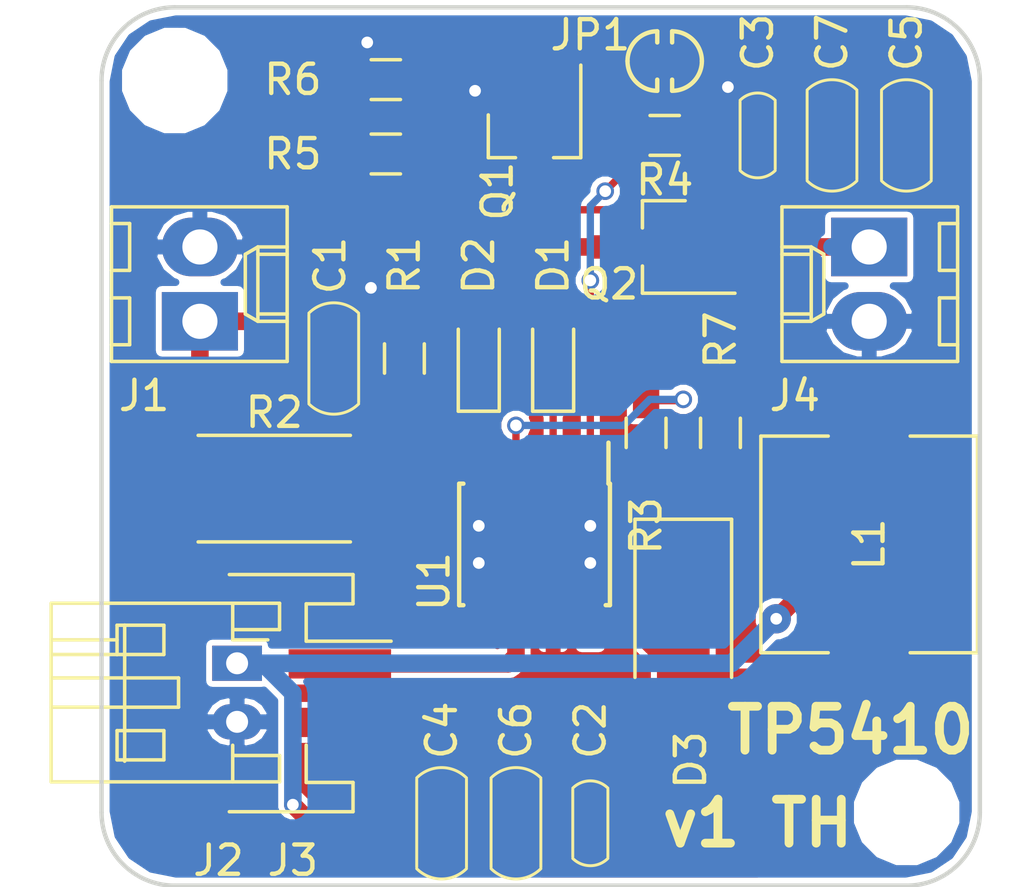
<source format=kicad_pcb>
(kicad_pcb (version 4) (host pcbnew 4.0.6)

  (general
    (links 51)
    (no_connects 0)
    (area 0 0 0 0)
    (thickness 1.6)
    (drawings 2)
    (tracks 140)
    (zones 0)
    (modules 27)
    (nets 14)
  )

  (page A4)
  (layers
    (0 F.Cu signal)
    (31 B.Cu signal)
    (32 B.Adhes user)
    (33 F.Adhes user)
    (34 B.Paste user)
    (35 F.Paste user)
    (36 B.SilkS user)
    (37 F.SilkS user)
    (38 B.Mask user)
    (39 F.Mask user)
    (40 Dwgs.User user)
    (41 Cmts.User user)
    (42 Eco1.User user)
    (43 Eco2.User user)
    (44 Edge.Cuts user)
    (45 Margin user)
    (46 B.CrtYd user)
    (47 F.CrtYd user)
    (48 B.Fab user)
    (49 F.Fab user)
  )

  (setup
    (last_trace_width 0.25)
    (trace_clearance 0.2)
    (zone_clearance 0.2)
    (zone_45_only yes)
    (trace_min 0.2)
    (segment_width 0.2)
    (edge_width 0.15)
    (via_size 0.6)
    (via_drill 0.4)
    (via_min_size 0.4)
    (via_min_drill 0.3)
    (uvia_size 0.3)
    (uvia_drill 0.1)
    (uvias_allowed no)
    (uvia_min_size 0.2)
    (uvia_min_drill 0.1)
    (pcb_text_width 0.3)
    (pcb_text_size 1.5 1.5)
    (mod_edge_width 0.15)
    (mod_text_size 1 1)
    (mod_text_width 0.15)
    (pad_size 1.524 1.524)
    (pad_drill 0.762)
    (pad_to_mask_clearance 0.2)
    (aux_axis_origin 161.925 104.775)
    (visible_elements FFFFFF7F)
    (pcbplotparams
      (layerselection 0x00030_80000001)
      (usegerberextensions false)
      (excludeedgelayer true)
      (linewidth 0.100000)
      (plotframeref false)
      (viasonmask false)
      (mode 1)
      (useauxorigin false)
      (hpglpennumber 1)
      (hpglpenspeed 20)
      (hpglpendiameter 15)
      (hpglpenoverlay 2)
      (psnegative false)
      (psa4output false)
      (plotreference true)
      (plotvalue true)
      (plotinvisibletext false)
      (padsonsilk false)
      (subtractmaskfromsilk false)
      (outputformat 1)
      (mirror false)
      (drillshape 1)
      (scaleselection 1)
      (outputdirectory ""))
  )

  (net 0 "")
  (net 1 GND)
  (net 2 /Vout)
  (net 3 /Vin)
  (net 4 /Vbat)
  (net 5 /Vsw)
  (net 6 "Net-(D1-Pad2)")
  (net 7 "Net-(D1-Pad1)")
  (net 8 "Net-(D2-Pad1)")
  (net 9 "Net-(JP1-Pad1)")
  (net 10 "Net-(Q1-Pad1)")
  (net 11 "Net-(Q1-Pad3)")
  (net 12 "Net-(R3-Pad1)")
  (net 13 /Vchg)

  (net_class Default "This is the default net class."
    (clearance 0.2)
    (trace_width 0.25)
    (via_dia 0.6)
    (via_drill 0.4)
    (uvia_dia 0.3)
    (uvia_drill 0.1)
    (add_net GND)
    (add_net "Net-(D1-Pad1)")
    (add_net "Net-(D1-Pad2)")
    (add_net "Net-(D2-Pad1)")
    (add_net "Net-(JP1-Pad1)")
    (add_net "Net-(Q1-Pad1)")
    (add_net "Net-(Q1-Pad3)")
    (add_net "Net-(R3-Pad1)")
  )

  (net_class HC ""
    (clearance 0.2)
    (trace_width 0.6)
    (via_dia 1)
    (via_drill 0.4)
    (uvia_dia 0.3)
    (uvia_drill 0.1)
    (add_net /Vbat)
    (add_net /Vchg)
    (add_net /Vin)
    (add_net /Vout)
    (add_net /Vsw)
  )

  (module Outlines:Outline_30 (layer F.Cu) (tedit 596718B2) (tstamp 596723FF)
    (at 161.74 104.845)
    (path /59676218)
    (fp_text reference P1 (at 9 -1) (layer F.SilkS) hide
      (effects (font (size 1 1) (thickness 0.15)))
    )
    (fp_text value 30mm (at 15 -1) (layer F.Fab) hide
      (effects (font (size 1 1) (thickness 0.15)))
    )
    (fp_line (start 30 27.5) (end 30 2.5) (layer Edge.Cuts) (width 0.15))
    (fp_line (start 2.5 30) (end 27.5 30) (layer Edge.Cuts) (width 0.15))
    (fp_line (start 0 2.5) (end 0 27.5) (layer Edge.Cuts) (width 0.15))
    (fp_line (start 27.5 0) (end 2.5 0) (layer Edge.Cuts) (width 0.15))
    (fp_arc (start 2.5 27.5) (end 2.5 30) (angle 90) (layer Edge.Cuts) (width 0.15))
    (fp_arc (start 27.5 27.5) (end 30 27.5) (angle 90) (layer Edge.Cuts) (width 0.15))
    (fp_arc (start 27.5 2.5) (end 27.5 0) (angle 90) (layer Edge.Cuts) (width 0.15))
    (fp_arc (start 2.5 2.5) (end 0 2.5) (angle 90) (layer Edge.Cuts) (width 0.15))
    (pad "" np_thru_hole circle (at 2.5 2.5) (size 3.2 3.2) (drill 3.2) (layers *.Cu *.Mask))
    (pad "" np_thru_hole circle (at 27.5 27.5) (size 3.2 3.2) (drill 3.2) (layers *.Cu *.Mask))
  )

  (module Connectors_Molex:Molex_KK-6410-02_02x2.54mm_Straight (layer F.Cu) (tedit 59672F67) (tstamp 596723DD)
    (at 187.96 113.03 270)
    (descr "Connector Headers with Friction Lock, 22-27-2021, http://www.molex.com/pdm_docs/sd/022272021_sd.pdf")
    (tags "connector molex kk_6410 22-27-2021")
    (path /59675C1D)
    (fp_text reference J4 (at 5.08 2.54 360) (layer F.SilkS)
      (effects (font (size 1 1) (thickness 0.15)))
    )
    (fp_text value CONN_01X02 (at 1.27 4.5 270) (layer F.Fab) hide
      (effects (font (size 1 1) (thickness 0.15)))
    )
    (fp_line (start -1.47 -3.12) (end -1.47 3.08) (layer F.Fab) (width 0.12))
    (fp_line (start -1.47 3.08) (end 4.01 3.08) (layer F.Fab) (width 0.12))
    (fp_line (start 4.01 3.08) (end 4.01 -3.12) (layer F.Fab) (width 0.12))
    (fp_line (start 4.01 -3.12) (end -1.47 -3.12) (layer F.Fab) (width 0.12))
    (fp_line (start -1.37 -3.02) (end -1.37 2.98) (layer F.SilkS) (width 0.12))
    (fp_line (start -1.37 2.98) (end 3.91 2.98) (layer F.SilkS) (width 0.12))
    (fp_line (start 3.91 2.98) (end 3.91 -3.02) (layer F.SilkS) (width 0.12))
    (fp_line (start 3.91 -3.02) (end -1.37 -3.02) (layer F.SilkS) (width 0.12))
    (fp_line (start 0 2.98) (end 0 1.98) (layer F.SilkS) (width 0.12))
    (fp_line (start 0 1.98) (end 2.54 1.98) (layer F.SilkS) (width 0.12))
    (fp_line (start 2.54 1.98) (end 2.54 2.98) (layer F.SilkS) (width 0.12))
    (fp_line (start 0 1.98) (end 0.25 1.55) (layer F.SilkS) (width 0.12))
    (fp_line (start 0.25 1.55) (end 2.29 1.55) (layer F.SilkS) (width 0.12))
    (fp_line (start 2.29 1.55) (end 2.54 1.98) (layer F.SilkS) (width 0.12))
    (fp_line (start 0.25 2.98) (end 0.25 1.98) (layer F.SilkS) (width 0.12))
    (fp_line (start 2.29 2.98) (end 2.29 1.98) (layer F.SilkS) (width 0.12))
    (fp_line (start -0.8 -3.02) (end -0.8 -2.4) (layer F.SilkS) (width 0.12))
    (fp_line (start -0.8 -2.4) (end 0.8 -2.4) (layer F.SilkS) (width 0.12))
    (fp_line (start 0.8 -2.4) (end 0.8 -3.02) (layer F.SilkS) (width 0.12))
    (fp_line (start 1.74 -3.02) (end 1.74 -2.4) (layer F.SilkS) (width 0.12))
    (fp_line (start 1.74 -2.4) (end 3.34 -2.4) (layer F.SilkS) (width 0.12))
    (fp_line (start 3.34 -2.4) (end 3.34 -3.02) (layer F.SilkS) (width 0.12))
    (fp_line (start -1.9 3.5) (end -1.9 -3.55) (layer F.CrtYd) (width 0.05))
    (fp_line (start -1.9 -3.55) (end 4.45 -3.55) (layer F.CrtYd) (width 0.05))
    (fp_line (start 4.45 -3.55) (end 4.45 3.5) (layer F.CrtYd) (width 0.05))
    (fp_line (start 4.45 3.5) (end -1.9 3.5) (layer F.CrtYd) (width 0.05))
    (fp_text user %R (at 1.27 0 270) (layer F.Fab)
      (effects (font (size 1 1) (thickness 0.15)))
    )
    (pad 1 thru_hole rect (at 0 0 270) (size 2 2.6) (drill 1.2) (layers *.Cu *.Mask)
      (net 2 /Vout))
    (pad 2 thru_hole oval (at 2.54 0 270) (size 2 2.6) (drill 1.2) (layers *.Cu *.Mask)
      (net 1 GND))
    (model ${KISYS3DMOD}/Connectors_Molex.3dshapes/Molex_KK-6410-02_02x2.54mm_Straight.wrl
      (at (xyz 0 0 0))
      (scale (xyz 1 1 1))
      (rotate (xyz 0 0 0))
    )
  )

  (module Capacitors_SMD_Round:C_0805 (layer F.Cu) (tedit 59672F70) (tstamp 5967233F)
    (at 169.672 116.84 90)
    (descr "Capacitor SMD 0805, reflow soldering, AVX (see smccp.pdf)")
    (tags "capacitor 0805")
    (path /59671E7F)
    (attr smd)
    (fp_text reference C1 (at 3.175 -0.127 90) (layer F.SilkS)
      (effects (font (size 1 1) (thickness 0.15)))
    )
    (fp_text value 10u (at 0 1.75 90) (layer F.Fab) hide
      (effects (font (size 1 1) (thickness 0.15)))
    )
    (fp_arc (start -0.7 0) (end -1.55 0.85) (angle 90) (layer F.SilkS) (width 0.1))
    (fp_arc (start 0.7 0) (end 1.55 -0.85) (angle 90) (layer F.SilkS) (width 0.1))
    (fp_line (start -1.5 0.85) (end 1.5 0.85) (layer F.SilkS) (width 0.1))
    (fp_line (start -1.5 -0.85) (end 1.5 -0.85) (layer F.SilkS) (width 0.1))
    (fp_text user %R (at 0 -1.5 90) (layer F.Fab)
      (effects (font (size 1 1) (thickness 0.15)))
    )
    (fp_line (start -1 0.62) (end -1 -0.62) (layer F.Fab) (width 0.1))
    (fp_line (start 1 0.62) (end -1 0.62) (layer F.Fab) (width 0.1))
    (fp_line (start 1 -0.62) (end 1 0.62) (layer F.Fab) (width 0.1))
    (fp_line (start -1 -0.62) (end 1 -0.62) (layer F.Fab) (width 0.1))
    (fp_line (start -1.75 -0.88) (end 1.75 -0.88) (layer F.CrtYd) (width 0.05))
    (fp_line (start -1.75 -0.88) (end -1.75 0.87) (layer F.CrtYd) (width 0.05))
    (fp_line (start 1.75 0.87) (end 1.75 -0.88) (layer F.CrtYd) (width 0.05))
    (fp_line (start 1.75 0.87) (end -1.75 0.87) (layer F.CrtYd) (width 0.05))
    (pad 1 smd rect (at -1 0 90) (size 1 1.25) (layers F.Cu F.Paste F.Mask)
      (net 13 /Vchg))
    (pad 2 smd rect (at 1 0 90) (size 1 1.25) (layers F.Cu F.Paste F.Mask)
      (net 1 GND))
    (model Capacitors_SMD.3dshapes/C_0805.wrl
      (at (xyz 0 0 0))
      (scale (xyz 1 1 1))
      (rotate (xyz 0 0 0))
    )
  )

  (module Capacitors_SMD_Round:C_0603 (layer F.Cu) (tedit 59672F35) (tstamp 59672352)
    (at 178.435 132.715 90)
    (descr "Capacitor SMD 0603, reflow soldering, AVX (see smccp.pdf)")
    (tags "capacitor 0603")
    (path /596722A3)
    (attr smd)
    (fp_text reference C2 (at 3.175 0 90) (layer F.SilkS)
      (effects (font (size 1 1) (thickness 0.15)))
    )
    (fp_text value 0.1u (at 0 1.5 90) (layer F.Fab) hide
      (effects (font (size 1 1) (thickness 0.15)))
    )
    (fp_arc (start 0.6 0) (end 1.2 -0.6) (angle 90) (layer F.SilkS) (width 0.1))
    (fp_arc (start -0.6 0) (end -1.2 0.6) (angle 90) (layer F.SilkS) (width 0.1))
    (fp_line (start 1.15 0.6) (end -1.15 0.6) (layer F.SilkS) (width 0.1))
    (fp_line (start -1.15 -0.6) (end 1.15 -0.6) (layer F.SilkS) (width 0.1))
    (fp_text user %R (at 0 0 90) (layer F.Fab)
      (effects (font (size 1 1) (thickness 0.15)))
    )
    (fp_line (start -0.8 0.4) (end -0.8 -0.4) (layer F.Fab) (width 0.1))
    (fp_line (start 0.8 0.4) (end -0.8 0.4) (layer F.Fab) (width 0.1))
    (fp_line (start 0.8 -0.4) (end 0.8 0.4) (layer F.Fab) (width 0.1))
    (fp_line (start -0.8 -0.4) (end 0.8 -0.4) (layer F.Fab) (width 0.1))
    (fp_line (start -1.4 -0.65) (end 1.4 -0.65) (layer F.CrtYd) (width 0.05))
    (fp_line (start -1.4 -0.65) (end -1.4 0.65) (layer F.CrtYd) (width 0.05))
    (fp_line (start 1.4 0.65) (end 1.4 -0.65) (layer F.CrtYd) (width 0.05))
    (fp_line (start 1.4 0.65) (end -1.4 0.65) (layer F.CrtYd) (width 0.05))
    (pad 1 smd rect (at -0.75 0 90) (size 0.8 0.75) (layers F.Cu F.Paste F.Mask)
      (net 4 /Vbat))
    (pad 2 smd rect (at 0.75 0 90) (size 0.8 0.75) (layers F.Cu F.Paste F.Mask)
      (net 1 GND))
    (model Capacitors_SMD.3dshapes/C_0603.wrl
      (at (xyz 0 0 0))
      (scale (xyz 1 1 1))
      (rotate (xyz 0 0 0))
    )
  )

  (module Capacitors_SMD_Round:C_0603 (layer F.Cu) (tedit 59672903) (tstamp 59672365)
    (at 184.15 109.22 90)
    (descr "Capacitor SMD 0603, reflow soldering, AVX (see smccp.pdf)")
    (tags "capacitor 0603")
    (path /59672D96)
    (attr smd)
    (fp_text reference C3 (at 3.175 0 90) (layer F.SilkS)
      (effects (font (size 1 1) (thickness 0.15)))
    )
    (fp_text value 0.1u (at 0 1.5 90) (layer F.Fab) hide
      (effects (font (size 1 1) (thickness 0.15)))
    )
    (fp_arc (start 0.6 0) (end 1.2 -0.6) (angle 90) (layer F.SilkS) (width 0.1))
    (fp_arc (start -0.6 0) (end -1.2 0.6) (angle 90) (layer F.SilkS) (width 0.1))
    (fp_line (start 1.15 0.6) (end -1.15 0.6) (layer F.SilkS) (width 0.1))
    (fp_line (start -1.15 -0.6) (end 1.15 -0.6) (layer F.SilkS) (width 0.1))
    (fp_text user %R (at 0 0 90) (layer F.Fab)
      (effects (font (size 1 1) (thickness 0.15)))
    )
    (fp_line (start -0.8 0.4) (end -0.8 -0.4) (layer F.Fab) (width 0.1))
    (fp_line (start 0.8 0.4) (end -0.8 0.4) (layer F.Fab) (width 0.1))
    (fp_line (start 0.8 -0.4) (end 0.8 0.4) (layer F.Fab) (width 0.1))
    (fp_line (start -0.8 -0.4) (end 0.8 -0.4) (layer F.Fab) (width 0.1))
    (fp_line (start -1.4 -0.65) (end 1.4 -0.65) (layer F.CrtYd) (width 0.05))
    (fp_line (start -1.4 -0.65) (end -1.4 0.65) (layer F.CrtYd) (width 0.05))
    (fp_line (start 1.4 0.65) (end 1.4 -0.65) (layer F.CrtYd) (width 0.05))
    (fp_line (start 1.4 0.65) (end -1.4 0.65) (layer F.CrtYd) (width 0.05))
    (pad 1 smd rect (at -0.75 0 90) (size 0.8 0.75) (layers F.Cu F.Paste F.Mask)
      (net 2 /Vout))
    (pad 2 smd rect (at 0.75 0 90) (size 0.8 0.75) (layers F.Cu F.Paste F.Mask)
      (net 1 GND))
    (model Capacitors_SMD.3dshapes/C_0603.wrl
      (at (xyz 0 0 0))
      (scale (xyz 1 1 1))
      (rotate (xyz 0 0 0))
    )
  )

  (module Capacitors_SMD_Round:C_0805 (layer F.Cu) (tedit 59672F37) (tstamp 59672378)
    (at 173.355 132.715 90)
    (descr "Capacitor SMD 0805, reflow soldering, AVX (see smccp.pdf)")
    (tags "capacitor 0805")
    (path /59672309)
    (attr smd)
    (fp_text reference C4 (at 3.175 0 90) (layer F.SilkS)
      (effects (font (size 1 1) (thickness 0.15)))
    )
    (fp_text value 22u (at 0 1.75 90) (layer F.Fab)
      (effects (font (size 1 1) (thickness 0.15)))
    )
    (fp_arc (start -0.7 0) (end -1.55 0.85) (angle 90) (layer F.SilkS) (width 0.1))
    (fp_arc (start 0.7 0) (end 1.55 -0.85) (angle 90) (layer F.SilkS) (width 0.1))
    (fp_line (start -1.5 0.85) (end 1.5 0.85) (layer F.SilkS) (width 0.1))
    (fp_line (start -1.5 -0.85) (end 1.5 -0.85) (layer F.SilkS) (width 0.1))
    (fp_text user %R (at 0 0 90) (layer F.Fab)
      (effects (font (size 1 1) (thickness 0.15)))
    )
    (fp_line (start -1 0.62) (end -1 -0.62) (layer F.Fab) (width 0.1))
    (fp_line (start 1 0.62) (end -1 0.62) (layer F.Fab) (width 0.1))
    (fp_line (start 1 -0.62) (end 1 0.62) (layer F.Fab) (width 0.1))
    (fp_line (start -1 -0.62) (end 1 -0.62) (layer F.Fab) (width 0.1))
    (fp_line (start -1.75 -0.88) (end 1.75 -0.88) (layer F.CrtYd) (width 0.05))
    (fp_line (start -1.75 -0.88) (end -1.75 0.87) (layer F.CrtYd) (width 0.05))
    (fp_line (start 1.75 0.87) (end 1.75 -0.88) (layer F.CrtYd) (width 0.05))
    (fp_line (start 1.75 0.87) (end -1.75 0.87) (layer F.CrtYd) (width 0.05))
    (pad 1 smd rect (at -1 0 90) (size 1 1.25) (layers F.Cu F.Paste F.Mask)
      (net 4 /Vbat))
    (pad 2 smd rect (at 1 0 90) (size 1 1.25) (layers F.Cu F.Paste F.Mask)
      (net 1 GND))
    (model Capacitors_SMD.3dshapes/C_0805.wrl
      (at (xyz 0 0 0))
      (scale (xyz 1 1 1))
      (rotate (xyz 0 0 0))
    )
  )

  (module Capacitors_SMD_Round:C_0805 (layer F.Cu) (tedit 596728F8) (tstamp 5967238B)
    (at 189.23 109.22 90)
    (descr "Capacitor SMD 0805, reflow soldering, AVX (see smccp.pdf)")
    (tags "capacitor 0805")
    (path /59672C6C)
    (attr smd)
    (fp_text reference C5 (at 3.175 0 90) (layer F.SilkS)
      (effects (font (size 1 1) (thickness 0.15)))
    )
    (fp_text value 22u (at 0 1.75 90) (layer F.Fab)
      (effects (font (size 1 1) (thickness 0.15)))
    )
    (fp_arc (start -0.7 0) (end -1.55 0.85) (angle 90) (layer F.SilkS) (width 0.1))
    (fp_arc (start 0.7 0) (end 1.55 -0.85) (angle 90) (layer F.SilkS) (width 0.1))
    (fp_line (start -1.5 0.85) (end 1.5 0.85) (layer F.SilkS) (width 0.1))
    (fp_line (start -1.5 -0.85) (end 1.5 -0.85) (layer F.SilkS) (width 0.1))
    (fp_text user %R (at 0 0 90) (layer F.Fab)
      (effects (font (size 1 1) (thickness 0.15)))
    )
    (fp_line (start -1 0.62) (end -1 -0.62) (layer F.Fab) (width 0.1))
    (fp_line (start 1 0.62) (end -1 0.62) (layer F.Fab) (width 0.1))
    (fp_line (start 1 -0.62) (end 1 0.62) (layer F.Fab) (width 0.1))
    (fp_line (start -1 -0.62) (end 1 -0.62) (layer F.Fab) (width 0.1))
    (fp_line (start -1.75 -0.88) (end 1.75 -0.88) (layer F.CrtYd) (width 0.05))
    (fp_line (start -1.75 -0.88) (end -1.75 0.87) (layer F.CrtYd) (width 0.05))
    (fp_line (start 1.75 0.87) (end 1.75 -0.88) (layer F.CrtYd) (width 0.05))
    (fp_line (start 1.75 0.87) (end -1.75 0.87) (layer F.CrtYd) (width 0.05))
    (pad 1 smd rect (at -1 0 90) (size 1 1.25) (layers F.Cu F.Paste F.Mask)
      (net 2 /Vout))
    (pad 2 smd rect (at 1 0 90) (size 1 1.25) (layers F.Cu F.Paste F.Mask)
      (net 1 GND))
    (model Capacitors_SMD.3dshapes/C_0805.wrl
      (at (xyz 0 0 0))
      (scale (xyz 1 1 1))
      (rotate (xyz 0 0 0))
    )
  )

  (module Capacitors_SMD_Round:C_0805 (layer F.Cu) (tedit 59672F32) (tstamp 5967239E)
    (at 175.895 132.715 90)
    (descr "Capacitor SMD 0805, reflow soldering, AVX (see smccp.pdf)")
    (tags "capacitor 0805")
    (path /59672347)
    (attr smd)
    (fp_text reference C6 (at 3.175 0 90) (layer F.SilkS)
      (effects (font (size 1 1) (thickness 0.15)))
    )
    (fp_text value 22u (at 0 1.75 90) (layer F.Fab)
      (effects (font (size 1 1) (thickness 0.15)))
    )
    (fp_arc (start -0.7 0) (end -1.55 0.85) (angle 90) (layer F.SilkS) (width 0.1))
    (fp_arc (start 0.7 0) (end 1.55 -0.85) (angle 90) (layer F.SilkS) (width 0.1))
    (fp_line (start -1.5 0.85) (end 1.5 0.85) (layer F.SilkS) (width 0.1))
    (fp_line (start -1.5 -0.85) (end 1.5 -0.85) (layer F.SilkS) (width 0.1))
    (fp_text user %R (at 0 0 90) (layer F.Fab)
      (effects (font (size 1 1) (thickness 0.15)))
    )
    (fp_line (start -1 0.62) (end -1 -0.62) (layer F.Fab) (width 0.1))
    (fp_line (start 1 0.62) (end -1 0.62) (layer F.Fab) (width 0.1))
    (fp_line (start 1 -0.62) (end 1 0.62) (layer F.Fab) (width 0.1))
    (fp_line (start -1 -0.62) (end 1 -0.62) (layer F.Fab) (width 0.1))
    (fp_line (start -1.75 -0.88) (end 1.75 -0.88) (layer F.CrtYd) (width 0.05))
    (fp_line (start -1.75 -0.88) (end -1.75 0.87) (layer F.CrtYd) (width 0.05))
    (fp_line (start 1.75 0.87) (end 1.75 -0.88) (layer F.CrtYd) (width 0.05))
    (fp_line (start 1.75 0.87) (end -1.75 0.87) (layer F.CrtYd) (width 0.05))
    (pad 1 smd rect (at -1 0 90) (size 1 1.25) (layers F.Cu F.Paste F.Mask)
      (net 4 /Vbat))
    (pad 2 smd rect (at 1 0 90) (size 1 1.25) (layers F.Cu F.Paste F.Mask)
      (net 1 GND))
    (model Capacitors_SMD.3dshapes/C_0805.wrl
      (at (xyz 0 0 0))
      (scale (xyz 1 1 1))
      (rotate (xyz 0 0 0))
    )
  )

  (module Capacitors_SMD_Round:C_0805 (layer F.Cu) (tedit 596728FB) (tstamp 596723B1)
    (at 186.69 109.22 90)
    (descr "Capacitor SMD 0805, reflow soldering, AVX (see smccp.pdf)")
    (tags "capacitor 0805")
    (path /59672CEA)
    (attr smd)
    (fp_text reference C7 (at 3.175 0 90) (layer F.SilkS)
      (effects (font (size 1 1) (thickness 0.15)))
    )
    (fp_text value 22u (at 0 1.75 90) (layer F.Fab)
      (effects (font (size 1 1) (thickness 0.15)))
    )
    (fp_arc (start -0.7 0) (end -1.55 0.85) (angle 90) (layer F.SilkS) (width 0.1))
    (fp_arc (start 0.7 0) (end 1.55 -0.85) (angle 90) (layer F.SilkS) (width 0.1))
    (fp_line (start -1.5 0.85) (end 1.5 0.85) (layer F.SilkS) (width 0.1))
    (fp_line (start -1.5 -0.85) (end 1.5 -0.85) (layer F.SilkS) (width 0.1))
    (fp_text user %R (at 0 0 90) (layer F.Fab)
      (effects (font (size 1 1) (thickness 0.15)))
    )
    (fp_line (start -1 0.62) (end -1 -0.62) (layer F.Fab) (width 0.1))
    (fp_line (start 1 0.62) (end -1 0.62) (layer F.Fab) (width 0.1))
    (fp_line (start 1 -0.62) (end 1 0.62) (layer F.Fab) (width 0.1))
    (fp_line (start -1 -0.62) (end 1 -0.62) (layer F.Fab) (width 0.1))
    (fp_line (start -1.75 -0.88) (end 1.75 -0.88) (layer F.CrtYd) (width 0.05))
    (fp_line (start -1.75 -0.88) (end -1.75 0.87) (layer F.CrtYd) (width 0.05))
    (fp_line (start 1.75 0.87) (end 1.75 -0.88) (layer F.CrtYd) (width 0.05))
    (fp_line (start 1.75 0.87) (end -1.75 0.87) (layer F.CrtYd) (width 0.05))
    (pad 1 smd rect (at -1 0 90) (size 1 1.25) (layers F.Cu F.Paste F.Mask)
      (net 2 /Vout))
    (pad 2 smd rect (at 1 0 90) (size 1 1.25) (layers F.Cu F.Paste F.Mask)
      (net 1 GND))
    (model Capacitors_SMD.3dshapes/C_0805.wrl
      (at (xyz 0 0 0))
      (scale (xyz 1 1 1))
      (rotate (xyz 0 0 0))
    )
  )

  (module LEDs:LED_0805 (layer F.Cu) (tedit 59672788) (tstamp 596723B7)
    (at 177.165 116.84 90)
    (descr "LED 0805 smd package")
    (tags "LED led 0805 SMD smd SMT smt smdled SMDLED smtled SMTLED")
    (path /59671D5E)
    (attr smd)
    (fp_text reference D1 (at 3.175 0 90) (layer F.SilkS)
      (effects (font (size 1 1) (thickness 0.15)))
    )
    (fp_text value LED (at 0 1.55 90) (layer F.Fab)
      (effects (font (size 1 1) (thickness 0.15)))
    )
    (fp_line (start -1.8 -0.7) (end -1.8 0.7) (layer F.SilkS) (width 0.12))
    (fp_line (start -0.4 -0.4) (end -0.4 0.4) (layer F.Fab) (width 0.1))
    (fp_line (start -0.4 0) (end 0.2 -0.4) (layer F.Fab) (width 0.1))
    (fp_line (start 0.2 0.4) (end -0.4 0) (layer F.Fab) (width 0.1))
    (fp_line (start 0.2 -0.4) (end 0.2 0.4) (layer F.Fab) (width 0.1))
    (fp_line (start 1 0.6) (end -1 0.6) (layer F.Fab) (width 0.1))
    (fp_line (start 1 -0.6) (end 1 0.6) (layer F.Fab) (width 0.1))
    (fp_line (start -1 -0.6) (end 1 -0.6) (layer F.Fab) (width 0.1))
    (fp_line (start -1 0.6) (end -1 -0.6) (layer F.Fab) (width 0.1))
    (fp_line (start -1.8 0.7) (end 1 0.7) (layer F.SilkS) (width 0.12))
    (fp_line (start -1.8 -0.7) (end 1 -0.7) (layer F.SilkS) (width 0.12))
    (fp_line (start 1.95 -0.85) (end 1.95 0.85) (layer F.CrtYd) (width 0.05))
    (fp_line (start 1.95 0.85) (end -1.95 0.85) (layer F.CrtYd) (width 0.05))
    (fp_line (start -1.95 0.85) (end -1.95 -0.85) (layer F.CrtYd) (width 0.05))
    (fp_line (start -1.95 -0.85) (end 1.95 -0.85) (layer F.CrtYd) (width 0.05))
    (pad 2 smd rect (at 1.1 0 270) (size 1.2 1.2) (layers F.Cu F.Paste F.Mask)
      (net 6 "Net-(D1-Pad2)"))
    (pad 1 smd rect (at -1.1 0 270) (size 1.2 1.2) (layers F.Cu F.Paste F.Mask)
      (net 7 "Net-(D1-Pad1)"))
    (model LEDs.3dshapes/LED_0805.wrl
      (at (xyz 0 0 0))
      (scale (xyz 1 1 1))
      (rotate (xyz 0 0 180))
    )
  )

  (module LEDs:LED_0805 (layer F.Cu) (tedit 59672786) (tstamp 596723BD)
    (at 174.625 116.84 90)
    (descr "LED 0805 smd package")
    (tags "LED led 0805 SMD smd SMT smt smdled SMDLED smtled SMTLED")
    (path /59671DB3)
    (attr smd)
    (fp_text reference D2 (at 3.175 0 90) (layer F.SilkS)
      (effects (font (size 1 1) (thickness 0.15)))
    )
    (fp_text value LED (at 0 1.55 90) (layer F.Fab)
      (effects (font (size 1 1) (thickness 0.15)))
    )
    (fp_line (start -1.8 -0.7) (end -1.8 0.7) (layer F.SilkS) (width 0.12))
    (fp_line (start -0.4 -0.4) (end -0.4 0.4) (layer F.Fab) (width 0.1))
    (fp_line (start -0.4 0) (end 0.2 -0.4) (layer F.Fab) (width 0.1))
    (fp_line (start 0.2 0.4) (end -0.4 0) (layer F.Fab) (width 0.1))
    (fp_line (start 0.2 -0.4) (end 0.2 0.4) (layer F.Fab) (width 0.1))
    (fp_line (start 1 0.6) (end -1 0.6) (layer F.Fab) (width 0.1))
    (fp_line (start 1 -0.6) (end 1 0.6) (layer F.Fab) (width 0.1))
    (fp_line (start -1 -0.6) (end 1 -0.6) (layer F.Fab) (width 0.1))
    (fp_line (start -1 0.6) (end -1 -0.6) (layer F.Fab) (width 0.1))
    (fp_line (start -1.8 0.7) (end 1 0.7) (layer F.SilkS) (width 0.12))
    (fp_line (start -1.8 -0.7) (end 1 -0.7) (layer F.SilkS) (width 0.12))
    (fp_line (start 1.95 -0.85) (end 1.95 0.85) (layer F.CrtYd) (width 0.05))
    (fp_line (start 1.95 0.85) (end -1.95 0.85) (layer F.CrtYd) (width 0.05))
    (fp_line (start -1.95 0.85) (end -1.95 -0.85) (layer F.CrtYd) (width 0.05))
    (fp_line (start -1.95 -0.85) (end 1.95 -0.85) (layer F.CrtYd) (width 0.05))
    (pad 2 smd rect (at 1.1 0 270) (size 1.2 1.2) (layers F.Cu F.Paste F.Mask)
      (net 6 "Net-(D1-Pad2)"))
    (pad 1 smd rect (at -1.1 0 270) (size 1.2 1.2) (layers F.Cu F.Paste F.Mask)
      (net 8 "Net-(D2-Pad1)"))
    (model LEDs.3dshapes/LED_0805.wrl
      (at (xyz 0 0 0))
      (scale (xyz 1 1 1))
      (rotate (xyz 0 0 180))
    )
  )

  (module Connectors_JST:JST_PH_S2B-PH-K_02x2.00mm_Angled (layer F.Cu) (tedit 596730D5) (tstamp 596723C9)
    (at 166.37 127.25 270)
    (descr "JST PH series connector, S2B-PH-K, side entry type, through hole, Datasheet: http://www.jst-mfg.com/product/pdf/eng/ePH.pdf")
    (tags "connector jst ph")
    (path /5967275D)
    (fp_text reference J2 (at 6.735 0.635 360) (layer F.SilkS)
      (effects (font (size 1 1) (thickness 0.15)))
    )
    (fp_text value CONN_01X02 (at 1 7.25 270) (layer F.Fab)
      (effects (font (size 1 1) (thickness 0.15)))
    )
    (fp_line (start 0.5 6.35) (end 0.5 2) (layer F.SilkS) (width 0.12))
    (fp_line (start 0.5 2) (end 1.5 2) (layer F.SilkS) (width 0.12))
    (fp_line (start 1.5 2) (end 1.5 6.35) (layer F.SilkS) (width 0.12))
    (fp_line (start -0.8 0.15) (end -1.15 0.15) (layer F.SilkS) (width 0.12))
    (fp_line (start -1.15 0.15) (end -1.15 -1.45) (layer F.SilkS) (width 0.12))
    (fp_line (start -1.15 -1.45) (end -2.05 -1.45) (layer F.SilkS) (width 0.12))
    (fp_line (start -2.05 -1.45) (end -2.05 6.35) (layer F.SilkS) (width 0.12))
    (fp_line (start -2.05 6.35) (end 4.05 6.35) (layer F.SilkS) (width 0.12))
    (fp_line (start 4.05 6.35) (end 4.05 -1.45) (layer F.SilkS) (width 0.12))
    (fp_line (start 4.05 -1.45) (end 3.15 -1.45) (layer F.SilkS) (width 0.12))
    (fp_line (start 3.15 -1.45) (end 3.15 0.15) (layer F.SilkS) (width 0.12))
    (fp_line (start 3.15 0.15) (end 2.8 0.15) (layer F.SilkS) (width 0.12))
    (fp_line (start -2.05 0.15) (end -1.15 0.15) (layer F.SilkS) (width 0.12))
    (fp_line (start 4.05 0.15) (end 3.15 0.15) (layer F.SilkS) (width 0.12))
    (fp_line (start -1.3 2.5) (end -1.3 4.1) (layer F.SilkS) (width 0.12))
    (fp_line (start -1.3 4.1) (end -0.3 4.1) (layer F.SilkS) (width 0.12))
    (fp_line (start -0.3 4.1) (end -0.3 2.5) (layer F.SilkS) (width 0.12))
    (fp_line (start -0.3 2.5) (end -1.3 2.5) (layer F.SilkS) (width 0.12))
    (fp_line (start 3.3 2.5) (end 3.3 4.1) (layer F.SilkS) (width 0.12))
    (fp_line (start 3.3 4.1) (end 2.3 4.1) (layer F.SilkS) (width 0.12))
    (fp_line (start 2.3 4.1) (end 2.3 2.5) (layer F.SilkS) (width 0.12))
    (fp_line (start 2.3 2.5) (end 3.3 2.5) (layer F.SilkS) (width 0.12))
    (fp_line (start -0.3 4.1) (end -0.3 6.35) (layer F.SilkS) (width 0.12))
    (fp_line (start -0.8 4.1) (end -0.8 6.35) (layer F.SilkS) (width 0.12))
    (fp_line (start -2.45 -1.85) (end -2.45 6.75) (layer F.CrtYd) (width 0.05))
    (fp_line (start -2.45 6.75) (end 4.45 6.75) (layer F.CrtYd) (width 0.05))
    (fp_line (start 4.45 6.75) (end 4.45 -1.85) (layer F.CrtYd) (width 0.05))
    (fp_line (start 4.45 -1.85) (end -2.45 -1.85) (layer F.CrtYd) (width 0.05))
    (fp_line (start -1.25 0.25) (end -1.25 -1.35) (layer F.Fab) (width 0.1))
    (fp_line (start -1.25 -1.35) (end -1.95 -1.35) (layer F.Fab) (width 0.1))
    (fp_line (start -1.95 -1.35) (end -1.95 6.25) (layer F.Fab) (width 0.1))
    (fp_line (start -1.95 6.25) (end 3.95 6.25) (layer F.Fab) (width 0.1))
    (fp_line (start 3.95 6.25) (end 3.95 -1.35) (layer F.Fab) (width 0.1))
    (fp_line (start 3.95 -1.35) (end 3.25 -1.35) (layer F.Fab) (width 0.1))
    (fp_line (start 3.25 -1.35) (end 3.25 0.25) (layer F.Fab) (width 0.1))
    (fp_line (start 3.25 0.25) (end -1.25 0.25) (layer F.Fab) (width 0.1))
    (fp_line (start -0.8 0.15) (end -0.8 -1.05) (layer F.SilkS) (width 0.12))
    (fp_line (start 0 0.85) (end -0.5 1.35) (layer F.Fab) (width 0.1))
    (fp_line (start -0.5 1.35) (end 0.5 1.35) (layer F.Fab) (width 0.1))
    (fp_line (start 0.5 1.35) (end 0 0.85) (layer F.Fab) (width 0.1))
    (fp_text user %R (at 1 2.5 270) (layer F.Fab)
      (effects (font (size 1 1) (thickness 0.15)))
    )
    (pad 1 thru_hole rect (at 0 0 270) (size 1.2 1.7) (drill 0.75) (layers *.Cu *.Mask)
      (net 4 /Vbat))
    (pad 2 thru_hole oval (at 2 0 270) (size 1.2 1.7) (drill 0.75) (layers *.Cu *.Mask)
      (net 1 GND))
    (model ${KISYS3DMOD}/Connectors_JST.3dshapes/JST_PH_S2B-PH-K_02x2.00mm_Angled.wrl
      (at (xyz 0 0 0))
      (scale (xyz 1 1 1))
      (rotate (xyz 0 0 0))
    )
  )

  (module Connectors_JST:JST_PH_S2B-PH-SM4-TB_02x2.00mm_Angled (layer F.Cu) (tedit 596730D1) (tstamp 596723D1)
    (at 167.005 128.27 270)
    (descr "JST PH series connector, S2B-PH-SM4-TB, side entry type, surface mount, Datasheet: http://www.jst-mfg.com/product/pdf/eng/ePH.pdf")
    (tags "connector jst ph")
    (path /59673BDA)
    (attr smd)
    (fp_text reference J3 (at 5.715 -1.27 360) (layer F.SilkS)
      (effects (font (size 1 1) (thickness 0.15)))
    )
    (fp_text value CONN_01X02 (at 0 5.375 270) (layer F.Fab)
      (effects (font (size 1 1) (thickness 0.15)))
    )
    (fp_line (start -3.15 -1.625) (end -3.15 -3.225) (layer F.Fab) (width 0.1))
    (fp_line (start -3.15 -3.225) (end -3.95 -3.225) (layer F.Fab) (width 0.1))
    (fp_line (start -3.95 -3.225) (end -3.95 4.375) (layer F.Fab) (width 0.1))
    (fp_line (start -3.95 4.375) (end 3.95 4.375) (layer F.Fab) (width 0.1))
    (fp_line (start 3.95 4.375) (end 3.95 -3.225) (layer F.Fab) (width 0.1))
    (fp_line (start 3.95 -3.225) (end 3.15 -3.225) (layer F.Fab) (width 0.1))
    (fp_line (start 3.15 -3.225) (end 3.15 -1.625) (layer F.Fab) (width 0.1))
    (fp_line (start 3.15 -1.625) (end -3.15 -1.625) (layer F.Fab) (width 0.1))
    (fp_line (start -1.775 -1.725) (end -3.05 -1.725) (layer F.SilkS) (width 0.12))
    (fp_line (start -3.05 -1.725) (end -3.05 -3.325) (layer F.SilkS) (width 0.12))
    (fp_line (start -3.05 -3.325) (end -4.05 -3.325) (layer F.SilkS) (width 0.12))
    (fp_line (start -4.05 -3.325) (end -4.05 0.9) (layer F.SilkS) (width 0.12))
    (fp_line (start 4.05 0.9) (end 4.05 -3.325) (layer F.SilkS) (width 0.12))
    (fp_line (start 4.05 -3.325) (end 3.05 -3.325) (layer F.SilkS) (width 0.12))
    (fp_line (start 3.05 -3.325) (end 3.05 -1.725) (layer F.SilkS) (width 0.12))
    (fp_line (start 3.05 -1.725) (end 1.775 -1.725) (layer F.SilkS) (width 0.12))
    (fp_line (start -2.325 4.475) (end 2.325 4.475) (layer F.SilkS) (width 0.12))
    (fp_line (start -1.775 -1.725) (end -1.775 -4.625) (layer F.SilkS) (width 0.12))
    (fp_line (start -2 -1.625) (end -1 -0.625) (layer F.Fab) (width 0.1))
    (fp_line (start -1 -0.625) (end 0 -1.625) (layer F.Fab) (width 0.1))
    (fp_line (start -4.6 -5.13) (end -4.6 5.07) (layer F.CrtYd) (width 0.05))
    (fp_line (start -4.6 5.07) (end 4.6 5.07) (layer F.CrtYd) (width 0.05))
    (fp_line (start 4.6 5.07) (end 4.6 -5.13) (layer F.CrtYd) (width 0.05))
    (fp_line (start 4.6 -5.13) (end -4.6 -5.13) (layer F.CrtYd) (width 0.05))
    (fp_text user %R (at 0 1.5 270) (layer F.Fab)
      (effects (font (size 1 1) (thickness 0.15)))
    )
    (pad 1 smd rect (at -1 -2.875 270) (size 1 3.5) (layers F.Cu F.Paste F.Mask)
      (net 4 /Vbat))
    (pad 2 smd rect (at 1 -2.875 270) (size 1 3.5) (layers F.Cu F.Paste F.Mask)
      (net 1 GND))
    (pad "" smd rect (at -3.35 2.875 270) (size 1.5 3.4) (layers F.Cu F.Paste F.Mask))
    (pad "" smd rect (at 3.35 2.875 270) (size 1.5 3.4) (layers F.Cu F.Paste F.Mask))
    (model ${KISYS3DMOD}/Connectors_JST.3dshapes/JST_PH_S2B-PH-SM4-TB_02x2.00mm_Angled.wrl
      (at (xyz 0 0 0))
      (scale (xyz 1 1 1))
      (rotate (xyz 0 0 0))
    )
  )

  (module Connectors_Molex:Molex_KK-6410-02_02x2.54mm_Straight (layer F.Cu) (tedit 59672F74) (tstamp 596723D7)
    (at 165.1 115.57 90)
    (descr "Connector Headers with Friction Lock, 22-27-2021, http://www.molex.com/pdm_docs/sd/022272021_sd.pdf")
    (tags "connector molex kk_6410 22-27-2021")
    (path /59675934)
    (fp_text reference J1 (at -2.54 -1.905 180) (layer F.SilkS)
      (effects (font (size 1 1) (thickness 0.15)))
    )
    (fp_text value CONN_01X02 (at 1.27 4.5 90) (layer F.Fab) hide
      (effects (font (size 1 1) (thickness 0.15)))
    )
    (fp_line (start -1.47 -3.12) (end -1.47 3.08) (layer F.Fab) (width 0.12))
    (fp_line (start -1.47 3.08) (end 4.01 3.08) (layer F.Fab) (width 0.12))
    (fp_line (start 4.01 3.08) (end 4.01 -3.12) (layer F.Fab) (width 0.12))
    (fp_line (start 4.01 -3.12) (end -1.47 -3.12) (layer F.Fab) (width 0.12))
    (fp_line (start -1.37 -3.02) (end -1.37 2.98) (layer F.SilkS) (width 0.12))
    (fp_line (start -1.37 2.98) (end 3.91 2.98) (layer F.SilkS) (width 0.12))
    (fp_line (start 3.91 2.98) (end 3.91 -3.02) (layer F.SilkS) (width 0.12))
    (fp_line (start 3.91 -3.02) (end -1.37 -3.02) (layer F.SilkS) (width 0.12))
    (fp_line (start 0 2.98) (end 0 1.98) (layer F.SilkS) (width 0.12))
    (fp_line (start 0 1.98) (end 2.54 1.98) (layer F.SilkS) (width 0.12))
    (fp_line (start 2.54 1.98) (end 2.54 2.98) (layer F.SilkS) (width 0.12))
    (fp_line (start 0 1.98) (end 0.25 1.55) (layer F.SilkS) (width 0.12))
    (fp_line (start 0.25 1.55) (end 2.29 1.55) (layer F.SilkS) (width 0.12))
    (fp_line (start 2.29 1.55) (end 2.54 1.98) (layer F.SilkS) (width 0.12))
    (fp_line (start 0.25 2.98) (end 0.25 1.98) (layer F.SilkS) (width 0.12))
    (fp_line (start 2.29 2.98) (end 2.29 1.98) (layer F.SilkS) (width 0.12))
    (fp_line (start -0.8 -3.02) (end -0.8 -2.4) (layer F.SilkS) (width 0.12))
    (fp_line (start -0.8 -2.4) (end 0.8 -2.4) (layer F.SilkS) (width 0.12))
    (fp_line (start 0.8 -2.4) (end 0.8 -3.02) (layer F.SilkS) (width 0.12))
    (fp_line (start 1.74 -3.02) (end 1.74 -2.4) (layer F.SilkS) (width 0.12))
    (fp_line (start 1.74 -2.4) (end 3.34 -2.4) (layer F.SilkS) (width 0.12))
    (fp_line (start 3.34 -2.4) (end 3.34 -3.02) (layer F.SilkS) (width 0.12))
    (fp_line (start -1.9 3.5) (end -1.9 -3.55) (layer F.CrtYd) (width 0.05))
    (fp_line (start -1.9 -3.55) (end 4.45 -3.55) (layer F.CrtYd) (width 0.05))
    (fp_line (start 4.45 -3.55) (end 4.45 3.5) (layer F.CrtYd) (width 0.05))
    (fp_line (start 4.45 3.5) (end -1.9 3.5) (layer F.CrtYd) (width 0.05))
    (fp_text user %R (at 1.27 0 90) (layer F.Fab)
      (effects (font (size 1 1) (thickness 0.15)))
    )
    (pad 1 thru_hole rect (at 0 0 90) (size 2 2.6) (drill 1.2) (layers *.Cu *.Mask)
      (net 3 /Vin))
    (pad 2 thru_hole oval (at 2.54 0 90) (size 2 2.6) (drill 1.2) (layers *.Cu *.Mask)
      (net 1 GND))
    (model ${KISYS3DMOD}/Connectors_Molex.3dshapes/Molex_KK-6410-02_02x2.54mm_Straight.wrl
      (at (xyz 0 0 0))
      (scale (xyz 1 1 1))
      (rotate (xyz 0 0 0))
    )
  )

  (module SolderJumpers:SJ_1_NO (layer F.Cu) (tedit 59673100) (tstamp 596723EB)
    (at 180.975 106.68)
    (path /59674A4B)
    (fp_text reference JP1 (at -2.54 -0.889) (layer F.SilkS)
      (effects (font (size 1 1) (thickness 0.15)))
    )
    (fp_text value Jumper_NO_Small (at 0 -0.5) (layer F.Fab)
      (effects (font (size 1 1) (thickness 0.15)))
    )
    (fp_line (start -0.254 0.635) (end -0.254 1.016) (layer F.SilkS) (width 0.15))
    (fp_line (start 0.254 1.016) (end 0.254 0.635) (layer F.SilkS) (width 0.15))
    (fp_line (start -0.254 -0.635) (end -0.254 -1.016) (layer F.SilkS) (width 0.15))
    (fp_line (start 0.254 -1.016) (end 0.254 -0.635) (layer F.SilkS) (width 0.15))
    (fp_arc (start -0.254 0) (end -0.254 1.016) (angle 90) (layer F.SilkS) (width 0.15))
    (fp_arc (start -0.254 0) (end -1.27 0) (angle 90) (layer F.SilkS) (width 0.15))
    (fp_arc (start 0.254 0) (end 1.27 0) (angle 90) (layer F.SilkS) (width 0.15))
    (fp_arc (start 0.254 0) (end 0.254 -1.016) (angle 90) (layer F.SilkS) (width 0.15))
    (pad 1 smd rect (at -0.6 0) (size 1 1) (layers F.Cu F.Mask)
      (net 9 "Net-(JP1-Pad1)"))
    (pad 2 smd rect (at 0.6 0) (size 1 1) (layers F.Cu F.Mask)
      (net 2 /Vout))
  )

  (module Inductors2:L_7.3x7.3_Handsoldering (layer F.Cu) (tedit 596730E2) (tstamp 596723F1)
    (at 187.96 123.19 90)
    (descr "Choke, SMD, 7.3x7.3mm 3.5mm height")
    (tags "Choke SMD")
    (path /59672196)
    (attr smd)
    (fp_text reference L1 (at 0 0 90) (layer F.SilkS)
      (effects (font (size 1 1) (thickness 0.15)))
    )
    (fp_text value 4.7uH (at 0 4.45 90) (layer F.Fab)
      (effects (font (size 1 1) (thickness 0.15)))
    )
    (fp_line (start 3.7 1.4) (end 3.7 3.7) (layer F.SilkS) (width 0.12))
    (fp_line (start 3.7 3.7) (end -3.7 3.7) (layer F.SilkS) (width 0.12))
    (fp_line (start -3.7 3.7) (end -3.7 1.4) (layer F.SilkS) (width 0.12))
    (fp_line (start -3.7 -1.4) (end -3.7 -3.7) (layer F.SilkS) (width 0.12))
    (fp_line (start -3.7 -3.7) (end 3.7 -3.7) (layer F.SilkS) (width 0.12))
    (fp_line (start 3.7 -3.7) (end 3.7 -1.4) (layer F.SilkS) (width 0.12))
    (fp_line (start -4.2 -3.9) (end -4.2 3.9) (layer F.CrtYd) (width 0.05))
    (fp_line (start -4.2 3.9) (end 4.2 3.9) (layer F.CrtYd) (width 0.05))
    (fp_line (start 4.2 3.9) (end 4.2 -3.9) (layer F.CrtYd) (width 0.05))
    (fp_line (start 4.2 -3.9) (end -4.2 -3.9) (layer F.CrtYd) (width 0.05))
    (fp_line (start 3.65 3.65) (end 3.65 1.4) (layer F.Fab) (width 0.1))
    (fp_line (start 3.65 -3.65) (end 3.65 -1.4) (layer F.Fab) (width 0.1))
    (fp_line (start -3.65 3.65) (end -3.65 1.4) (layer F.Fab) (width 0.1))
    (fp_line (start -3.65 -3.65) (end -3.65 -1.4) (layer F.Fab) (width 0.1))
    (fp_line (start 3.65 3.65) (end -3.65 3.65) (layer F.Fab) (width 0.1))
    (fp_line (start -3.65 -3.65) (end 3.65 -3.65) (layer F.Fab) (width 0.1))
    (fp_arc (start 0 0) (end 2.29 2.29) (angle 90) (layer F.Fab) (width 0.1))
    (fp_arc (start 0 0) (end -2.29 -2.29) (angle 90) (layer F.Fab) (width 0.1))
    (pad 1 smd rect (at -3.6 0 90) (size 2.1 2.2) (layers F.Cu F.Paste F.Mask)
      (net 5 /Vsw))
    (pad 2 smd rect (at 3.6 0 90) (size 2.1 2.2) (layers F.Cu F.Paste F.Mask)
      (net 4 /Vbat))
  )

  (module TO_SOT_Packages_SMD:SOT-23_Handsoldering (layer F.Cu) (tedit 59672F7B) (tstamp 59672414)
    (at 176.53 109.22 270)
    (descr "SOT-23, Handsoldering")
    (tags SOT-23)
    (path /59671B9C)
    (attr smd)
    (fp_text reference Q1 (at 1.905 1.27 270) (layer F.SilkS)
      (effects (font (size 1 1) (thickness 0.15)))
    )
    (fp_text value MMBT3904 (at 0 2.5 270) (layer F.Fab) hide
      (effects (font (size 1 1) (thickness 0.15)))
    )
    (fp_text user %R (at 0 0 270) (layer F.Fab)
      (effects (font (size 0.5 0.5) (thickness 0.075)))
    )
    (fp_line (start 0.76 1.58) (end 0.76 0.65) (layer F.SilkS) (width 0.12))
    (fp_line (start 0.76 -1.58) (end 0.76 -0.65) (layer F.SilkS) (width 0.12))
    (fp_line (start -2.7 -1.75) (end 2.7 -1.75) (layer F.CrtYd) (width 0.05))
    (fp_line (start 2.7 -1.75) (end 2.7 1.75) (layer F.CrtYd) (width 0.05))
    (fp_line (start 2.7 1.75) (end -2.7 1.75) (layer F.CrtYd) (width 0.05))
    (fp_line (start -2.7 1.75) (end -2.7 -1.75) (layer F.CrtYd) (width 0.05))
    (fp_line (start 0.76 -1.58) (end -2.4 -1.58) (layer F.SilkS) (width 0.12))
    (fp_line (start -0.7 -0.95) (end -0.7 1.5) (layer F.Fab) (width 0.1))
    (fp_line (start -0.15 -1.52) (end 0.7 -1.52) (layer F.Fab) (width 0.1))
    (fp_line (start -0.7 -0.95) (end -0.15 -1.52) (layer F.Fab) (width 0.1))
    (fp_line (start 0.7 -1.52) (end 0.7 1.52) (layer F.Fab) (width 0.1))
    (fp_line (start -0.7 1.52) (end 0.7 1.52) (layer F.Fab) (width 0.1))
    (fp_line (start 0.76 1.58) (end -0.7 1.58) (layer F.SilkS) (width 0.12))
    (pad 1 smd rect (at -1.5 -0.95 270) (size 1.9 0.8) (layers F.Cu F.Paste F.Mask)
      (net 10 "Net-(Q1-Pad1)"))
    (pad 2 smd rect (at -1.5 0.95 270) (size 1.9 0.8) (layers F.Cu F.Paste F.Mask)
      (net 1 GND))
    (pad 3 smd rect (at 1.5 0 270) (size 1.9 0.8) (layers F.Cu F.Paste F.Mask)
      (net 11 "Net-(Q1-Pad3)"))
    (model ${KISYS3DMOD}/TO_SOT_Packages_SMD.3dshapes\SOT-23.wrl
      (at (xyz 0 0 0))
      (scale (xyz 1 1 1))
      (rotate (xyz 0 0 0))
    )
  )

  (module TO_SOT_Packages_SMD:SOT-23_Handsoldering (layer F.Cu) (tedit 59672F60) (tstamp 59672429)
    (at 180.975 113.03 180)
    (descr "SOT-23, Handsoldering")
    (tags SOT-23)
    (path /5967458F)
    (attr smd)
    (fp_text reference Q2 (at 1.905 -1.27 180) (layer F.SilkS)
      (effects (font (size 1 1) (thickness 0.15)))
    )
    (fp_text value AO3401 (at 0 2.5 180) (layer F.Fab) hide
      (effects (font (size 1 1) (thickness 0.15)))
    )
    (fp_text user %R (at 0 0 180) (layer F.Fab)
      (effects (font (size 0.5 0.5) (thickness 0.075)))
    )
    (fp_line (start 0.76 1.58) (end 0.76 0.65) (layer F.SilkS) (width 0.12))
    (fp_line (start 0.76 -1.58) (end 0.76 -0.65) (layer F.SilkS) (width 0.12))
    (fp_line (start -2.7 -1.75) (end 2.7 -1.75) (layer F.CrtYd) (width 0.05))
    (fp_line (start 2.7 -1.75) (end 2.7 1.75) (layer F.CrtYd) (width 0.05))
    (fp_line (start 2.7 1.75) (end -2.7 1.75) (layer F.CrtYd) (width 0.05))
    (fp_line (start -2.7 1.75) (end -2.7 -1.75) (layer F.CrtYd) (width 0.05))
    (fp_line (start 0.76 -1.58) (end -2.4 -1.58) (layer F.SilkS) (width 0.12))
    (fp_line (start -0.7 -0.95) (end -0.7 1.5) (layer F.Fab) (width 0.1))
    (fp_line (start -0.15 -1.52) (end 0.7 -1.52) (layer F.Fab) (width 0.1))
    (fp_line (start -0.7 -0.95) (end -0.15 -1.52) (layer F.Fab) (width 0.1))
    (fp_line (start 0.7 -1.52) (end 0.7 1.52) (layer F.Fab) (width 0.1))
    (fp_line (start -0.7 1.52) (end 0.7 1.52) (layer F.Fab) (width 0.1))
    (fp_line (start 0.76 1.58) (end -0.7 1.58) (layer F.SilkS) (width 0.12))
    (pad 1 smd rect (at -1.5 -0.95 180) (size 1.9 0.8) (layers F.Cu F.Paste F.Mask)
      (net 11 "Net-(Q1-Pad3)"))
    (pad 2 smd rect (at -1.5 0.95 180) (size 1.9 0.8) (layers F.Cu F.Paste F.Mask)
      (net 2 /Vout))
    (pad 3 smd rect (at 1.5 0 180) (size 1.9 0.8) (layers F.Cu F.Paste F.Mask)
      (net 3 /Vin))
    (model ${KISYS3DMOD}/TO_SOT_Packages_SMD.3dshapes\SOT-23.wrl
      (at (xyz 0 0 0))
      (scale (xyz 1 1 1))
      (rotate (xyz 0 0 0))
    )
  )

  (module Resistors_SMD:R_0603_HandSoldering (layer F.Cu) (tedit 59672CA0) (tstamp 5967242F)
    (at 172.085 116.84 90)
    (descr "Resistor SMD 0603, hand soldering")
    (tags "resistor 0603")
    (path /59671D16)
    (attr smd)
    (fp_text reference R1 (at 3.175 0 90) (layer F.SilkS)
      (effects (font (size 1 1) (thickness 0.15)))
    )
    (fp_text value R (at 0 1.55 90) (layer F.Fab)
      (effects (font (size 1 1) (thickness 0.15)))
    )
    (fp_text user %R (at 0 0 90) (layer F.Fab)
      (effects (font (size 0.5 0.5) (thickness 0.075)))
    )
    (fp_line (start -0.8 0.4) (end -0.8 -0.4) (layer F.Fab) (width 0.1))
    (fp_line (start 0.8 0.4) (end -0.8 0.4) (layer F.Fab) (width 0.1))
    (fp_line (start 0.8 -0.4) (end 0.8 0.4) (layer F.Fab) (width 0.1))
    (fp_line (start -0.8 -0.4) (end 0.8 -0.4) (layer F.Fab) (width 0.1))
    (fp_line (start 0.5 0.68) (end -0.5 0.68) (layer F.SilkS) (width 0.12))
    (fp_line (start -0.5 -0.68) (end 0.5 -0.68) (layer F.SilkS) (width 0.12))
    (fp_line (start -1.96 -0.7) (end 1.95 -0.7) (layer F.CrtYd) (width 0.05))
    (fp_line (start -1.96 -0.7) (end -1.96 0.7) (layer F.CrtYd) (width 0.05))
    (fp_line (start 1.95 0.7) (end 1.95 -0.7) (layer F.CrtYd) (width 0.05))
    (fp_line (start 1.95 0.7) (end -1.96 0.7) (layer F.CrtYd) (width 0.05))
    (pad 1 smd rect (at -1.1 0 90) (size 1.2 0.9) (layers F.Cu F.Paste F.Mask)
      (net 13 /Vchg))
    (pad 2 smd rect (at 1.1 0 90) (size 1.2 0.9) (layers F.Cu F.Paste F.Mask)
      (net 6 "Net-(D1-Pad2)"))
    (model ${KISYS3DMOD}/Resistors_SMD.3dshapes/R_0603.wrl
      (at (xyz 0 0 0))
      (scale (xyz 1 1 1))
      (rotate (xyz 0 0 0))
    )
  )

  (module Resistors_SMD:R_2512_HandSoldering (layer F.Cu) (tedit 58E0A804) (tstamp 59672435)
    (at 167.64 121.285)
    (descr "Resistor SMD 2512, hand soldering")
    (tags "resistor 2512")
    (path /59671A3E)
    (attr smd)
    (fp_text reference R2 (at 0 -2.6) (layer F.SilkS)
      (effects (font (size 1 1) (thickness 0.15)))
    )
    (fp_text value 0R3 (at 0 2.75) (layer F.Fab)
      (effects (font (size 1 1) (thickness 0.15)))
    )
    (fp_text user %R (at 0 0) (layer F.Fab)
      (effects (font (size 1 1) (thickness 0.15)))
    )
    (fp_line (start -3.15 1.6) (end -3.15 -1.6) (layer F.Fab) (width 0.1))
    (fp_line (start 3.15 1.6) (end -3.15 1.6) (layer F.Fab) (width 0.1))
    (fp_line (start 3.15 -1.6) (end 3.15 1.6) (layer F.Fab) (width 0.1))
    (fp_line (start -3.15 -1.6) (end 3.15 -1.6) (layer F.Fab) (width 0.1))
    (fp_line (start 2.6 1.82) (end -2.6 1.82) (layer F.SilkS) (width 0.12))
    (fp_line (start -2.6 -1.82) (end 2.6 -1.82) (layer F.SilkS) (width 0.12))
    (fp_line (start -5.56 -1.85) (end 5.55 -1.85) (layer F.CrtYd) (width 0.05))
    (fp_line (start -5.56 -1.85) (end -5.56 1.85) (layer F.CrtYd) (width 0.05))
    (fp_line (start 5.55 1.85) (end 5.55 -1.85) (layer F.CrtYd) (width 0.05))
    (fp_line (start 5.55 1.85) (end -5.56 1.85) (layer F.CrtYd) (width 0.05))
    (pad 1 smd rect (at -3.95 0) (size 2.7 3.2) (layers F.Cu F.Paste F.Mask)
      (net 3 /Vin))
    (pad 2 smd rect (at 3.95 0) (size 2.7 3.2) (layers F.Cu F.Paste F.Mask)
      (net 13 /Vchg))
    (model ${KISYS3DMOD}/Resistors_SMD.3dshapes/R_2512.wrl
      (at (xyz 0 0 0))
      (scale (xyz 1 1 1))
      (rotate (xyz 0 0 0))
    )
  )

  (module Resistors_SMD:R_0603_HandSoldering (layer F.Cu) (tedit 59672F6B) (tstamp 5967243B)
    (at 180.34 119.38 270)
    (descr "Resistor SMD 0603, hand soldering")
    (tags "resistor 0603")
    (path /59672452)
    (attr smd)
    (fp_text reference R3 (at 3.175 0 270) (layer F.SilkS)
      (effects (font (size 1 1) (thickness 0.15)))
    )
    (fp_text value 680 (at 0 1.55 270) (layer F.Fab) hide
      (effects (font (size 1 1) (thickness 0.15)))
    )
    (fp_text user %R (at 0 0 270) (layer F.Fab)
      (effects (font (size 0.5 0.5) (thickness 0.075)))
    )
    (fp_line (start -0.8 0.4) (end -0.8 -0.4) (layer F.Fab) (width 0.1))
    (fp_line (start 0.8 0.4) (end -0.8 0.4) (layer F.Fab) (width 0.1))
    (fp_line (start 0.8 -0.4) (end 0.8 0.4) (layer F.Fab) (width 0.1))
    (fp_line (start -0.8 -0.4) (end 0.8 -0.4) (layer F.Fab) (width 0.1))
    (fp_line (start 0.5 0.68) (end -0.5 0.68) (layer F.SilkS) (width 0.12))
    (fp_line (start -0.5 -0.68) (end 0.5 -0.68) (layer F.SilkS) (width 0.12))
    (fp_line (start -1.96 -0.7) (end 1.95 -0.7) (layer F.CrtYd) (width 0.05))
    (fp_line (start -1.96 -0.7) (end -1.96 0.7) (layer F.CrtYd) (width 0.05))
    (fp_line (start 1.95 0.7) (end 1.95 -0.7) (layer F.CrtYd) (width 0.05))
    (fp_line (start 1.95 0.7) (end -1.96 0.7) (layer F.CrtYd) (width 0.05))
    (pad 1 smd rect (at -1.1 0 270) (size 1.2 0.9) (layers F.Cu F.Paste F.Mask)
      (net 12 "Net-(R3-Pad1)"))
    (pad 2 smd rect (at 1.1 0 270) (size 1.2 0.9) (layers F.Cu F.Paste F.Mask)
      (net 1 GND))
    (model ${KISYS3DMOD}/Resistors_SMD.3dshapes/R_0603.wrl
      (at (xyz 0 0 0))
      (scale (xyz 1 1 1))
      (rotate (xyz 0 0 0))
    )
  )

  (module Resistors_SMD:R_0603_HandSoldering (layer F.Cu) (tedit 59673108) (tstamp 59672441)
    (at 180.975 109.22)
    (descr "Resistor SMD 0603, hand soldering")
    (tags "resistor 0603")
    (path /59674CC5)
    (attr smd)
    (fp_text reference R4 (at 0 1.524) (layer F.SilkS)
      (effects (font (size 1 1) (thickness 0.15)))
    )
    (fp_text value 293k (at 0 1.55) (layer F.Fab) hide
      (effects (font (size 1 1) (thickness 0.15)))
    )
    (fp_text user %R (at 0 0) (layer F.Fab)
      (effects (font (size 0.5 0.5) (thickness 0.075)))
    )
    (fp_line (start -0.8 0.4) (end -0.8 -0.4) (layer F.Fab) (width 0.1))
    (fp_line (start 0.8 0.4) (end -0.8 0.4) (layer F.Fab) (width 0.1))
    (fp_line (start 0.8 -0.4) (end 0.8 0.4) (layer F.Fab) (width 0.1))
    (fp_line (start -0.8 -0.4) (end 0.8 -0.4) (layer F.Fab) (width 0.1))
    (fp_line (start 0.5 0.68) (end -0.5 0.68) (layer F.SilkS) (width 0.12))
    (fp_line (start -0.5 -0.68) (end 0.5 -0.68) (layer F.SilkS) (width 0.12))
    (fp_line (start -1.96 -0.7) (end 1.95 -0.7) (layer F.CrtYd) (width 0.05))
    (fp_line (start -1.96 -0.7) (end -1.96 0.7) (layer F.CrtYd) (width 0.05))
    (fp_line (start 1.95 0.7) (end 1.95 -0.7) (layer F.CrtYd) (width 0.05))
    (fp_line (start 1.95 0.7) (end -1.96 0.7) (layer F.CrtYd) (width 0.05))
    (pad 1 smd rect (at -1.1 0) (size 1.2 0.9) (layers F.Cu F.Paste F.Mask)
      (net 9 "Net-(JP1-Pad1)"))
    (pad 2 smd rect (at 1.1 0) (size 1.2 0.9) (layers F.Cu F.Paste F.Mask)
      (net 2 /Vout))
    (model ${KISYS3DMOD}/Resistors_SMD.3dshapes/R_0603.wrl
      (at (xyz 0 0 0))
      (scale (xyz 1 1 1))
      (rotate (xyz 0 0 0))
    )
  )

  (module Resistors_SMD:R_0603_HandSoldering (layer F.Cu) (tedit 59672F77) (tstamp 59672447)
    (at 171.45 109.855)
    (descr "Resistor SMD 0603, hand soldering")
    (tags "resistor 0603")
    (path /59671B1F)
    (attr smd)
    (fp_text reference R5 (at -3.175 0) (layer F.SilkS)
      (effects (font (size 1 1) (thickness 0.15)))
    )
    (fp_text value 5k (at 0 1.55) (layer F.Fab) hide
      (effects (font (size 1 1) (thickness 0.15)))
    )
    (fp_text user %R (at 0 0) (layer F.Fab)
      (effects (font (size 0.5 0.5) (thickness 0.075)))
    )
    (fp_line (start -0.8 0.4) (end -0.8 -0.4) (layer F.Fab) (width 0.1))
    (fp_line (start 0.8 0.4) (end -0.8 0.4) (layer F.Fab) (width 0.1))
    (fp_line (start 0.8 -0.4) (end 0.8 0.4) (layer F.Fab) (width 0.1))
    (fp_line (start -0.8 -0.4) (end 0.8 -0.4) (layer F.Fab) (width 0.1))
    (fp_line (start 0.5 0.68) (end -0.5 0.68) (layer F.SilkS) (width 0.12))
    (fp_line (start -0.5 -0.68) (end 0.5 -0.68) (layer F.SilkS) (width 0.12))
    (fp_line (start -1.96 -0.7) (end 1.95 -0.7) (layer F.CrtYd) (width 0.05))
    (fp_line (start -1.96 -0.7) (end -1.96 0.7) (layer F.CrtYd) (width 0.05))
    (fp_line (start 1.95 0.7) (end 1.95 -0.7) (layer F.CrtYd) (width 0.05))
    (fp_line (start 1.95 0.7) (end -1.96 0.7) (layer F.CrtYd) (width 0.05))
    (pad 1 smd rect (at -1.1 0) (size 1.2 0.9) (layers F.Cu F.Paste F.Mask)
      (net 3 /Vin))
    (pad 2 smd rect (at 1.1 0) (size 1.2 0.9) (layers F.Cu F.Paste F.Mask)
      (net 10 "Net-(Q1-Pad1)"))
    (model ${KISYS3DMOD}/Resistors_SMD.3dshapes/R_0603.wrl
      (at (xyz 0 0 0))
      (scale (xyz 1 1 1))
      (rotate (xyz 0 0 0))
    )
  )

  (module Resistors_SMD:R_0603_HandSoldering (layer F.Cu) (tedit 59672F81) (tstamp 5967244D)
    (at 171.45 107.315 180)
    (descr "Resistor SMD 0603, hand soldering")
    (tags "resistor 0603")
    (path /59671B6A)
    (attr smd)
    (fp_text reference R6 (at 3.175 0 180) (layer F.SilkS)
      (effects (font (size 1 1) (thickness 0.15)))
    )
    (fp_text value 5k (at 0 1.55 180) (layer F.Fab) hide
      (effects (font (size 1 1) (thickness 0.15)))
    )
    (fp_text user %R (at 0 0 180) (layer F.Fab)
      (effects (font (size 0.5 0.5) (thickness 0.075)))
    )
    (fp_line (start -0.8 0.4) (end -0.8 -0.4) (layer F.Fab) (width 0.1))
    (fp_line (start 0.8 0.4) (end -0.8 0.4) (layer F.Fab) (width 0.1))
    (fp_line (start 0.8 -0.4) (end 0.8 0.4) (layer F.Fab) (width 0.1))
    (fp_line (start -0.8 -0.4) (end 0.8 -0.4) (layer F.Fab) (width 0.1))
    (fp_line (start 0.5 0.68) (end -0.5 0.68) (layer F.SilkS) (width 0.12))
    (fp_line (start -0.5 -0.68) (end 0.5 -0.68) (layer F.SilkS) (width 0.12))
    (fp_line (start -1.96 -0.7) (end 1.95 -0.7) (layer F.CrtYd) (width 0.05))
    (fp_line (start -1.96 -0.7) (end -1.96 0.7) (layer F.CrtYd) (width 0.05))
    (fp_line (start 1.95 0.7) (end 1.95 -0.7) (layer F.CrtYd) (width 0.05))
    (fp_line (start 1.95 0.7) (end -1.96 0.7) (layer F.CrtYd) (width 0.05))
    (pad 1 smd rect (at -1.1 0 180) (size 1.2 0.9) (layers F.Cu F.Paste F.Mask)
      (net 10 "Net-(Q1-Pad1)"))
    (pad 2 smd rect (at 1.1 0 180) (size 1.2 0.9) (layers F.Cu F.Paste F.Mask)
      (net 1 GND))
    (model ${KISYS3DMOD}/Resistors_SMD.3dshapes/R_0603.wrl
      (at (xyz 0 0 0))
      (scale (xyz 1 1 1))
      (rotate (xyz 0 0 0))
    )
  )

  (module Resistors_SMD:R_0603_HandSoldering (layer F.Cu) (tedit 596730DD) (tstamp 59672453)
    (at 182.88 119.38 90)
    (descr "Resistor SMD 0603, hand soldering")
    (tags "resistor 0603")
    (path /5967488A)
    (attr smd)
    (fp_text reference R7 (at 3.175 0 90) (layer F.SilkS)
      (effects (font (size 1 1) (thickness 0.15)))
    )
    (fp_text value 10k (at 0 1.55 90) (layer F.Fab) hide
      (effects (font (size 1 1) (thickness 0.15)))
    )
    (fp_text user %R (at 0 0 90) (layer F.Fab)
      (effects (font (size 0.5 0.5) (thickness 0.075)))
    )
    (fp_line (start -0.8 0.4) (end -0.8 -0.4) (layer F.Fab) (width 0.1))
    (fp_line (start 0.8 0.4) (end -0.8 0.4) (layer F.Fab) (width 0.1))
    (fp_line (start 0.8 -0.4) (end 0.8 0.4) (layer F.Fab) (width 0.1))
    (fp_line (start -0.8 -0.4) (end 0.8 -0.4) (layer F.Fab) (width 0.1))
    (fp_line (start 0.5 0.68) (end -0.5 0.68) (layer F.SilkS) (width 0.12))
    (fp_line (start -0.5 -0.68) (end 0.5 -0.68) (layer F.SilkS) (width 0.12))
    (fp_line (start -1.96 -0.7) (end 1.95 -0.7) (layer F.CrtYd) (width 0.05))
    (fp_line (start -1.96 -0.7) (end -1.96 0.7) (layer F.CrtYd) (width 0.05))
    (fp_line (start 1.95 0.7) (end 1.95 -0.7) (layer F.CrtYd) (width 0.05))
    (fp_line (start 1.95 0.7) (end -1.96 0.7) (layer F.CrtYd) (width 0.05))
    (pad 1 smd rect (at -1.1 0 90) (size 1.2 0.9) (layers F.Cu F.Paste F.Mask)
      (net 2 /Vout))
    (pad 2 smd rect (at 1.1 0 90) (size 1.2 0.9) (layers F.Cu F.Paste F.Mask)
      (net 11 "Net-(Q1-Pad3)"))
    (model ${KISYS3DMOD}/Resistors_SMD.3dshapes/R_0603.wrl
      (at (xyz 0 0 0))
      (scale (xyz 1 1 1))
      (rotate (xyz 0 0 0))
    )
  )

  (module Housings_SOIC:SOIC-8-1EP_3.9x4.9mm_Pitch1.27mm (layer F.Cu) (tedit 5967329F) (tstamp 59672463)
    (at 176.53 123.19 270)
    (descr "8-Lead Thermally Enhanced Plastic Small Outline (SE) - Narrow, 3.90 mm Body [SOIC] (see Microchip Packaging Specification 00000049BS.pdf)")
    (tags "SOIC 1.27")
    (path /59671992)
    (attr smd)
    (fp_text reference U1 (at 1.27 3.429 270) (layer F.SilkS)
      (effects (font (size 1 1) (thickness 0.15)))
    )
    (fp_text value TP5410 (at 0 3.5 270) (layer F.Fab)
      (effects (font (size 1 1) (thickness 0.15)))
    )
    (fp_text user %R (at 0 0 270) (layer F.Fab)
      (effects (font (size 0.9 0.9) (thickness 0.135)))
    )
    (fp_line (start -0.95 -2.45) (end 1.95 -2.45) (layer F.Fab) (width 0.15))
    (fp_line (start 1.95 -2.45) (end 1.95 2.45) (layer F.Fab) (width 0.15))
    (fp_line (start 1.95 2.45) (end -1.95 2.45) (layer F.Fab) (width 0.15))
    (fp_line (start -1.95 2.45) (end -1.95 -1.45) (layer F.Fab) (width 0.15))
    (fp_line (start -1.95 -1.45) (end -0.95 -2.45) (layer F.Fab) (width 0.15))
    (fp_line (start -3.75 -2.75) (end -3.75 2.75) (layer F.CrtYd) (width 0.05))
    (fp_line (start 3.75 -2.75) (end 3.75 2.75) (layer F.CrtYd) (width 0.05))
    (fp_line (start -3.75 -2.75) (end 3.75 -2.75) (layer F.CrtYd) (width 0.05))
    (fp_line (start -3.75 2.75) (end 3.75 2.75) (layer F.CrtYd) (width 0.05))
    (fp_line (start -2.075 -2.575) (end -2.075 -2.525) (layer F.SilkS) (width 0.15))
    (fp_line (start 2.075 -2.575) (end 2.075 -2.43) (layer F.SilkS) (width 0.15))
    (fp_line (start 2.075 2.575) (end 2.075 2.43) (layer F.SilkS) (width 0.15))
    (fp_line (start -2.075 2.575) (end -2.075 2.43) (layer F.SilkS) (width 0.15))
    (fp_line (start -2.075 -2.575) (end 2.075 -2.575) (layer F.SilkS) (width 0.15))
    (fp_line (start -2.075 2.575) (end 2.075 2.575) (layer F.SilkS) (width 0.15))
    (fp_line (start -2.075 -2.525) (end -3.475 -2.525) (layer F.SilkS) (width 0.15))
    (pad 1 smd rect (at -2.7 -1.905 270) (size 1.55 0.6) (layers F.Cu F.Paste F.Mask)
      (net 9 "Net-(JP1-Pad1)"))
    (pad 2 smd rect (at -2.7 -0.635 270) (size 1.55 0.6) (layers F.Cu F.Paste F.Mask)
      (net 7 "Net-(D1-Pad1)"))
    (pad 3 smd rect (at -2.7 0.635 270) (size 1.55 0.6) (layers F.Cu F.Paste F.Mask)
      (net 12 "Net-(R3-Pad1)"))
    (pad 4 smd rect (at -2.7 1.905 270) (size 1.55 0.6) (layers F.Cu F.Paste F.Mask)
      (net 8 "Net-(D2-Pad1)"))
    (pad 5 smd rect (at 2.7 1.905 270) (size 1.55 0.6) (layers F.Cu F.Paste F.Mask)
      (net 13 /Vchg))
    (pad 6 smd rect (at 2.7 0.635 270) (size 1.55 0.6) (layers F.Cu F.Paste F.Mask)
      (net 4 /Vbat))
    (pad 7 smd rect (at 2.7 -0.635 270) (size 1.55 0.6) (layers F.Cu F.Paste F.Mask)
      (net 1 GND))
    (pad 8 smd rect (at 2.7 -1.905 270) (size 1.55 0.6) (layers F.Cu F.Paste F.Mask)
      (net 5 /Vsw))
    (pad 9 smd rect (at 0.5875 0.5875 270) (size 1.175 1.175) (layers F.Cu F.Paste F.Mask)
      (net 1 GND) (solder_paste_margin_ratio -0.2))
    (pad 9 smd rect (at 0.5875 -0.5875 270) (size 1.175 1.175) (layers F.Cu F.Paste F.Mask)
      (net 1 GND) (solder_paste_margin_ratio -0.2))
    (pad 9 smd rect (at -0.5875 0.5875 270) (size 1.175 1.175) (layers F.Cu F.Paste F.Mask)
      (net 1 GND) (solder_paste_margin_ratio -0.2))
    (pad 9 smd rect (at -0.5875 -0.5875 270) (size 1.175 1.175) (layers F.Cu F.Paste F.Mask)
      (net 1 GND) (solder_paste_margin_ratio -0.2))
    (model Housings_SOIC.3dshapes/SOIC-8-1EP_3.9x4.9mm_Pitch1.27mm.wrl
      (at (xyz 0 0 0))
      (scale (xyz 1 1 1))
      (rotate (xyz 0 0 0))
    )
  )

  (module Diodes_SMD:D_SMA (layer F.Cu) (tedit 59672ED3) (tstamp 5967265B)
    (at 181.61 125.73 270)
    (descr "Diode SMA")
    (tags "Diode SMA")
    (path /5967213A)
    (attr smd)
    (fp_text reference D3 (at 4.826 -0.254 270) (layer F.SilkS)
      (effects (font (size 1 1) (thickness 0.15)))
    )
    (fp_text value D (at 0 2.6 270) (layer F.Fab)
      (effects (font (size 1 1) (thickness 0.15)))
    )
    (fp_text user %R (at 0 -2.5 270) (layer F.Fab)
      (effects (font (size 1 1) (thickness 0.15)))
    )
    (fp_line (start -3.4 -1.65) (end -3.4 1.65) (layer F.SilkS) (width 0.12))
    (fp_line (start 2.3 1.5) (end -2.3 1.5) (layer F.Fab) (width 0.1))
    (fp_line (start -2.3 1.5) (end -2.3 -1.5) (layer F.Fab) (width 0.1))
    (fp_line (start 2.3 -1.5) (end 2.3 1.5) (layer F.Fab) (width 0.1))
    (fp_line (start 2.3 -1.5) (end -2.3 -1.5) (layer F.Fab) (width 0.1))
    (fp_line (start -3.5 -1.75) (end 3.5 -1.75) (layer F.CrtYd) (width 0.05))
    (fp_line (start 3.5 -1.75) (end 3.5 1.75) (layer F.CrtYd) (width 0.05))
    (fp_line (start 3.5 1.75) (end -3.5 1.75) (layer F.CrtYd) (width 0.05))
    (fp_line (start -3.5 1.75) (end -3.5 -1.75) (layer F.CrtYd) (width 0.05))
    (fp_line (start -0.64944 0.00102) (end -1.55114 0.00102) (layer F.Fab) (width 0.1))
    (fp_line (start 0.50118 0.00102) (end 1.4994 0.00102) (layer F.Fab) (width 0.1))
    (fp_line (start -0.64944 -0.79908) (end -0.64944 0.80112) (layer F.Fab) (width 0.1))
    (fp_line (start 0.50118 0.75032) (end 0.50118 -0.79908) (layer F.Fab) (width 0.1))
    (fp_line (start -0.64944 0.00102) (end 0.50118 0.75032) (layer F.Fab) (width 0.1))
    (fp_line (start -0.64944 0.00102) (end 0.50118 -0.79908) (layer F.Fab) (width 0.1))
    (fp_line (start -3.4 1.65) (end 2 1.65) (layer F.SilkS) (width 0.12))
    (fp_line (start -3.4 -1.65) (end 2 -1.65) (layer F.SilkS) (width 0.12))
    (pad 1 smd rect (at -2 0 270) (size 2.5 1.8) (layers F.Cu F.Paste F.Mask)
      (net 2 /Vout))
    (pad 2 smd rect (at 2 0 270) (size 2.5 1.8) (layers F.Cu F.Paste F.Mask)
      (net 5 /Vsw))
    (model ${KISYS3DMOD}/Diodes_SMD.3dshapes/D_SMA.wrl
      (at (xyz 0 0 0))
      (scale (xyz 1 1 1))
      (rotate (xyz 0 0 0))
    )
  )

  (gr_text "v1 TH" (at 184.15 132.715) (layer F.SilkS)
    (effects (font (size 1.5 1.5) (thickness 0.3)))
  )
  (gr_text TP5410 (at 187.325 129.54) (layer F.SilkS)
    (effects (font (size 1.5 1.5) (thickness 0.3)))
  )

  (segment (start 184.15 108.47) (end 184.035 108.47) (width 0.25) (layer F.Cu) (net 1))
  (segment (start 184.035 108.47) (end 183.134 107.569) (width 0.25) (layer F.Cu) (net 1) (tstamp 59673393))
  (segment (start 183.134 107.569) (end 182.245 106.68) (width 0.25) (layer B.Cu) (net 1) (tstamp 59673395))
  (via (at 183.134 107.569) (size 0.6) (drill 0.4) (layers F.Cu B.Cu) (net 1))
  (segment (start 175.9425 122.6025) (end 174.6725 122.6025) (width 0.25) (layer F.Cu) (net 1))
  (segment (start 174.6725 123.7775) (end 175.9425 123.7775) (width 0.25) (layer F.Cu) (net 1) (tstamp 59673388))
  (segment (start 174.625 123.825) (end 174.6725 123.7775) (width 0.25) (layer F.Cu) (net 1) (tstamp 59673387))
  (via (at 174.625 123.825) (size 0.6) (drill 0.4) (layers F.Cu B.Cu) (net 1))
  (segment (start 174.625 122.555) (end 174.625 123.825) (width 0.25) (layer B.Cu) (net 1) (tstamp 59673384))
  (via (at 174.625 122.555) (size 0.6) (drill 0.4) (layers F.Cu B.Cu) (net 1))
  (segment (start 174.6725 122.6025) (end 174.625 122.555) (width 0.25) (layer F.Cu) (net 1) (tstamp 59673381))
  (segment (start 172.085 107.315) (end 167.64 111.76) (width 0.25) (layer B.Cu) (net 1))
  (segment (start 167.64 111.76) (end 167.64 113.03) (width 0.25) (layer B.Cu) (net 1) (tstamp 59673141))
  (segment (start 170.35 107.315) (end 170.35 106.51) (width 0.25) (layer F.Cu) (net 1))
  (segment (start 170.815 106.045) (end 172.085 107.315) (width 0.25) (layer B.Cu) (net 1) (tstamp 5967313B))
  (via (at 170.815 106.045) (size 0.6) (drill 0.4) (layers F.Cu B.Cu) (net 1))
  (segment (start 170.35 106.51) (end 170.815 106.045) (width 0.25) (layer F.Cu) (net 1) (tstamp 59673139))
  (segment (start 175.58 107.72) (end 174.522 107.72) (width 0.25) (layer F.Cu) (net 1))
  (segment (start 174.498 107.696) (end 174.498 106.68) (width 0.25) (layer B.Cu) (net 1) (tstamp 596730FC))
  (via (at 174.498 107.696) (size 0.6) (drill 0.4) (layers F.Cu B.Cu) (net 1))
  (segment (start 174.522 107.72) (end 174.498 107.696) (width 0.25) (layer F.Cu) (net 1) (tstamp 596730FA))
  (segment (start 169.672 115.84) (end 169.672 115.697) (width 0.25) (layer F.Cu) (net 1))
  (segment (start 169.672 115.697) (end 170.942 114.427) (width 0.25) (layer F.Cu) (net 1) (tstamp 596730D5))
  (segment (start 169.545 113.03) (end 167.64 113.03) (width 0.25) (layer B.Cu) (net 1) (tstamp 596730D8))
  (segment (start 170.942 114.427) (end 169.545 113.03) (width 0.25) (layer B.Cu) (net 1) (tstamp 596730D7))
  (via (at 170.942 114.427) (size 0.6) (drill 0.4) (layers F.Cu B.Cu) (net 1))
  (segment (start 167.64 113.03) (end 166.37 113.03) (width 0.25) (layer B.Cu) (net 1) (tstamp 59673144))
  (segment (start 166.37 113.03) (end 165.1 113.03) (width 0.25) (layer B.Cu) (net 1) (tstamp 596730DB))
  (segment (start 177.1175 122.6025) (end 178.3875 122.6025) (width 0.25) (layer F.Cu) (net 1))
  (segment (start 178.3875 123.7775) (end 177.1175 123.7775) (width 0.25) (layer F.Cu) (net 1) (tstamp 59672FE4))
  (segment (start 178.435 123.825) (end 178.3875 123.7775) (width 0.25) (layer F.Cu) (net 1) (tstamp 59672FE3))
  (via (at 178.435 123.825) (size 0.6) (drill 0.4) (layers F.Cu B.Cu) (net 1))
  (segment (start 178.435 122.555) (end 178.435 123.825) (width 0.25) (layer B.Cu) (net 1) (tstamp 59672FE0))
  (via (at 178.435 122.555) (size 0.6) (drill 0.4) (layers F.Cu B.Cu) (net 1))
  (segment (start 178.3875 122.6025) (end 178.435 122.555) (width 0.25) (layer F.Cu) (net 1) (tstamp 59672FDD))
  (segment (start 163.83 113.03) (end 165.1 113.03) (width 0.25) (layer F.Cu) (net 1) (tstamp 59672F21))
  (segment (start 165.1 113.03) (end 166.37 113.03) (width 0.25) (layer B.Cu) (net 1))
  (segment (start 172.085 107.315) (end 172.72 106.68) (width 0.25) (layer B.Cu) (net 1) (tstamp 5967313E))
  (segment (start 172.72 106.68) (end 174.498 106.68) (width 0.25) (layer B.Cu) (net 1) (tstamp 59672F18))
  (segment (start 174.498 106.68) (end 182.245 106.68) (width 0.25) (layer B.Cu) (net 1) (tstamp 596730FF))
  (segment (start 186.69 108.22) (end 184.4 108.22) (width 0.25) (layer F.Cu) (net 1))
  (segment (start 184.4 108.22) (end 184.15 108.47) (width 0.25) (layer F.Cu) (net 1) (tstamp 59672F12))
  (segment (start 189.23 108.22) (end 186.69 108.22) (width 0.25) (layer F.Cu) (net 1))
  (segment (start 175.895 131.715) (end 178.185 131.715) (width 0.25) (layer F.Cu) (net 1))
  (segment (start 178.185 131.715) (end 178.435 131.965) (width 0.25) (layer F.Cu) (net 1) (tstamp 59672C68))
  (segment (start 173.355 131.715) (end 175.895 131.715) (width 0.25) (layer F.Cu) (net 1))
  (segment (start 181.61 123.73) (end 184.118 123.73) (width 0.6) (layer F.Cu) (net 2) (status 400000))
  (segment (start 185.42 113.665) (end 186.055 113.03) (width 0.6) (layer F.Cu) (net 2) (tstamp 596733D5))
  (segment (start 185.42 122.428) (end 185.42 113.665) (width 0.6) (layer F.Cu) (net 2) (tstamp 596733D4))
  (segment (start 184.118 123.73) (end 185.42 122.428) (width 0.6) (layer F.Cu) (net 2) (tstamp 596733D3))
  (segment (start 182.88 120.48) (end 182.88 122.46) (width 0.6) (layer F.Cu) (net 2))
  (segment (start 182.88 122.46) (end 181.61 123.73) (width 0.6) (layer F.Cu) (net 2) (tstamp 59673302))
  (segment (start 184.15 109.97) (end 182.825 109.97) (width 0.6) (layer F.Cu) (net 2))
  (segment (start 182.825 109.97) (end 182.075 109.22) (width 0.6) (layer F.Cu) (net 2) (tstamp 59673163))
  (segment (start 182.075 109.22) (end 182.075 107.18) (width 0.6) (layer F.Cu) (net 2))
  (segment (start 182.075 107.18) (end 181.575 106.68) (width 0.6) (layer F.Cu) (net 2) (tstamp 5967315D))
  (segment (start 186.69 110.22) (end 186.69 110.495) (width 0.6) (layer F.Cu) (net 2))
  (segment (start 186.69 110.495) (end 185.105 112.08) (width 0.6) (layer F.Cu) (net 2) (tstamp 59672F0D))
  (segment (start 186.69 110.22) (end 184.4 110.22) (width 0.6) (layer F.Cu) (net 2))
  (segment (start 184.4 110.22) (end 184.15 109.97) (width 0.6) (layer F.Cu) (net 2) (tstamp 59672F0A))
  (segment (start 189.23 110.22) (end 186.69 110.22) (width 0.6) (layer F.Cu) (net 2))
  (segment (start 182.475 112.08) (end 185.105 112.08) (width 0.6) (layer F.Cu) (net 2))
  (segment (start 186.055 113.03) (end 187.96 113.03) (width 0.6) (layer F.Cu) (net 2) (tstamp 59672F05))
  (segment (start 185.105 112.08) (end 186.055 113.03) (width 0.6) (layer F.Cu) (net 2) (tstamp 59672F04))
  (segment (start 186.69 113.03) (end 187.96 113.03) (width 0.6) (layer B.Cu) (net 2) (tstamp 59672EF5))
  (segment (start 170.35 109.855) (end 170.35 113.03) (width 0.6) (layer F.Cu) (net 3))
  (segment (start 170.35 113.03) (end 169.926 113.03) (width 0.6) (layer F.Cu) (net 3) (tstamp 59673136))
  (segment (start 165.1 115.57) (end 167.386 115.57) (width 0.6) (layer F.Cu) (net 3))
  (segment (start 169.926 113.03) (end 179.475 113.03) (width 0.6) (layer F.Cu) (net 3) (tstamp 596730CC))
  (segment (start 167.386 115.57) (end 169.926 113.03) (width 0.6) (layer F.Cu) (net 3) (tstamp 596730CB))
  (segment (start 166.37 115.57) (end 165.1 115.57) (width 0.6) (layer F.Cu) (net 3) (tstamp 5967304A))
  (segment (start 165.1 115.57) (end 165.1 119.24) (width 0.6) (layer F.Cu) (net 3))
  (segment (start 165.1 119.24) (end 163.69 120.65) (width 0.6) (layer F.Cu) (net 3) (tstamp 5967302C))
  (segment (start 165.1 115.57) (end 166.37 115.57) (width 0.6) (layer F.Cu) (net 3))
  (segment (start 187.96 119.59) (end 187.96 122.555) (width 0.6) (layer F.Cu) (net 4))
  (segment (start 183.265 127.25) (end 166.37 127.25) (width 0.6) (layer B.Cu) (net 4) (tstamp 59672F01))
  (segment (start 184.785 125.73) (end 183.265 127.25) (width 0.6) (layer B.Cu) (net 4) (tstamp 59672F00))
  (via (at 184.785 125.73) (size 1) (drill 0.4) (layers F.Cu B.Cu) (net 4))
  (segment (start 187.96 122.555) (end 184.785 125.73) (width 0.6) (layer F.Cu) (net 4) (tstamp 59672EFD))
  (segment (start 169.88 127.27) (end 175.625 127.27) (width 0.6) (layer F.Cu) (net 4))
  (segment (start 175.895 127) (end 175.895 125.89) (width 0.6) (layer F.Cu) (net 4) (tstamp 59672C8A))
  (segment (start 175.625 127.27) (end 175.895 127) (width 0.6) (layer F.Cu) (net 4) (tstamp 59672C89))
  (segment (start 173.355 133.715) (end 169.91 133.715) (width 0.6) (layer F.Cu) (net 4))
  (segment (start 167.255 127.25) (end 166.37 127.25) (width 0.6) (layer B.Cu) (net 4) (tstamp 59672C75))
  (segment (start 168.275 128.27) (end 167.255 127.25) (width 0.6) (layer B.Cu) (net 4) (tstamp 59672C74))
  (segment (start 168.275 132.08) (end 168.275 128.27) (width 0.6) (layer B.Cu) (net 4) (tstamp 59672C73))
  (via (at 168.275 132.08) (size 0.6) (drill 0.4) (layers F.Cu B.Cu) (net 4))
  (segment (start 169.91 133.715) (end 168.275 132.08) (width 0.6) (layer F.Cu) (net 4) (tstamp 59672C71))
  (segment (start 175.895 133.715) (end 178.185 133.715) (width 0.6) (layer F.Cu) (net 4))
  (segment (start 178.185 133.715) (end 178.435 133.465) (width 0.6) (layer F.Cu) (net 4) (tstamp 59672C6E))
  (segment (start 173.355 133.715) (end 175.895 133.715) (width 0.6) (layer F.Cu) (net 4))
  (segment (start 166.37 127.25) (end 169.86 127.25) (width 0.6) (layer F.Cu) (net 4))
  (segment (start 169.86 127.25) (end 169.88 127.27) (width 0.6) (layer F.Cu) (net 4) (tstamp 596728FE))
  (segment (start 178.435 125.89) (end 179.77 125.89) (width 0.6) (layer F.Cu) (net 5))
  (segment (start 179.77 125.89) (end 181.61 127.73) (width 0.6) (layer F.Cu) (net 5) (tstamp 59672EED))
  (segment (start 181.61 127.73) (end 187.02 127.73) (width 0.6) (layer F.Cu) (net 5))
  (segment (start 187.02 127.73) (end 187.96 126.79) (width 0.6) (layer F.Cu) (net 5) (tstamp 59672EEA))
  (segment (start 174.625 115.74) (end 172.085 115.74) (width 0.25) (layer F.Cu) (net 6))
  (segment (start 174.625 115.74) (end 175.895 115.74) (width 0.25) (layer F.Cu) (net 6))
  (segment (start 175.895 115.74) (end 177.165 115.74) (width 0.25) (layer F.Cu) (net 6) (tstamp 59672E50))
  (segment (start 177.165 117.94) (end 177.165 120.49) (width 0.25) (layer F.Cu) (net 7))
  (segment (start 174.625 117.94) (end 174.625 120.49) (width 0.25) (layer F.Cu) (net 8))
  (segment (start 179.875 109.22) (end 179.875 110.193) (width 0.25) (layer F.Cu) (net 9))
  (segment (start 178.435 114.173) (end 178.435 120.49) (width 0.25) (layer F.Cu) (net 9) (tstamp 59673170) (status 800000))
  (via (at 178.435 114.173) (size 0.6) (drill 0.4) (layers F.Cu B.Cu) (net 9))
  (segment (start 178.435 111.633) (end 178.435 114.173) (width 0.25) (layer B.Cu) (net 9) (tstamp 5967316E))
  (segment (start 178.943 111.125) (end 178.435 111.633) (width 0.25) (layer B.Cu) (net 9) (tstamp 5967316D))
  (via (at 178.943 111.125) (size 0.6) (drill 0.4) (layers F.Cu B.Cu) (net 9))
  (segment (start 179.875 110.193) (end 178.943 111.125) (width 0.25) (layer F.Cu) (net 9) (tstamp 5967316B))
  (segment (start 179.875 109.22) (end 179.875 107.18) (width 0.25) (layer F.Cu) (net 9))
  (segment (start 179.875 107.18) (end 180.375 106.68) (width 0.25) (layer F.Cu) (net 9) (tstamp 59673160))
  (segment (start 172.55 107.315) (end 172.55 109.855) (width 0.25) (layer F.Cu) (net 10))
  (segment (start 172.55 107.315) (end 172.55 106.596) (width 0.25) (layer F.Cu) (net 10))
  (segment (start 177.48 106.614) (end 177.48 107.72) (width 0.25) (layer F.Cu) (net 10) (tstamp 59673104))
  (segment (start 176.657 105.791) (end 177.48 106.614) (width 0.25) (layer F.Cu) (net 10) (tstamp 59673103))
  (segment (start 173.355 105.791) (end 176.657 105.791) (width 0.25) (layer F.Cu) (net 10) (tstamp 59673102))
  (segment (start 172.55 106.596) (end 173.355 105.791) (width 0.25) (layer F.Cu) (net 10) (tstamp 59673101))
  (segment (start 176.53 110.72) (end 176.76 110.72) (width 0.25) (layer F.Cu) (net 11))
  (segment (start 176.76 110.72) (end 177.8 111.76) (width 0.25) (layer F.Cu) (net 11) (tstamp 59673308))
  (segment (start 177.8 111.76) (end 180.34 111.76) (width 0.25) (layer F.Cu) (net 11) (tstamp 59673309))
  (segment (start 180.34 111.76) (end 180.975 112.395) (width 0.25) (layer F.Cu) (net 11) (tstamp 5967330B))
  (segment (start 180.975 112.395) (end 180.975 112.48) (width 0.25) (layer F.Cu) (net 11) (tstamp 5967330C))
  (segment (start 180.975 112.48) (end 182.475 113.98) (width 0.25) (layer F.Cu) (net 11) (tstamp 5967330D))
  (segment (start 182.88 118.28) (end 182.88 114.385) (width 0.25) (layer F.Cu) (net 11))
  (segment (start 182.88 114.385) (end 182.475 113.98) (width 0.25) (layer F.Cu) (net 11) (tstamp 59673305))
  (segment (start 175.895 120.49) (end 175.895 119.126) (width 0.25) (layer F.Cu) (net 12) (status 400000))
  (segment (start 181.567 118.28) (end 180.34 118.28) (width 0.25) (layer F.Cu) (net 12) (tstamp 596733C5) (status 800000))
  (segment (start 181.61 118.237) (end 181.567 118.28) (width 0.25) (layer F.Cu) (net 12) (tstamp 596733C4))
  (via (at 181.61 118.237) (size 0.6) (drill 0.4) (layers F.Cu B.Cu) (net 12))
  (segment (start 180.467 118.237) (end 181.61 118.237) (width 0.25) (layer B.Cu) (net 12) (tstamp 596733C2))
  (segment (start 179.578 119.126) (end 180.467 118.237) (width 0.25) (layer B.Cu) (net 12) (tstamp 596733C1))
  (segment (start 175.895 119.126) (end 179.578 119.126) (width 0.25) (layer B.Cu) (net 12) (tstamp 596733C0))
  (via (at 175.895 119.126) (size 0.6) (drill 0.4) (layers F.Cu B.Cu) (net 12))
  (segment (start 169.672 117.84) (end 171.985 117.84) (width 0.6) (layer F.Cu) (net 13))
  (segment (start 171.985 117.84) (end 172.085 117.94) (width 0.6) (layer F.Cu) (net 13) (tstamp 596730D0))
  (segment (start 172.085 117.94) (end 172.085 120.155) (width 0.6) (layer F.Cu) (net 13))
  (segment (start 172.085 120.155) (end 171.59 120.65) (width 0.6) (layer F.Cu) (net 13) (tstamp 59673025))
  (segment (start 174.625 125.89) (end 172.245 125.89) (width 0.6) (layer F.Cu) (net 13))
  (segment (start 171.59 125.235) (end 171.59 120.65) (width 0.6) (layer F.Cu) (net 13) (tstamp 59672FBC))
  (segment (start 172.245 125.89) (end 171.59 125.235) (width 0.6) (layer F.Cu) (net 13) (tstamp 59672FBB))

  (zone (net 1) (net_name GND) (layer F.Cu) (tstamp 59672EFB) (hatch edge 0.508)
    (connect_pads (clearance 0.2))
    (min_thickness 0.254)
    (fill yes (arc_segments 16) (thermal_gap 0.2) (thermal_bridge_width 0.508))
    (polygon
      (pts
        (xy 184.277 134.62) (xy 168.275 134.62) (xy 168.275 117.475) (xy 184.277 117.475)
      )
    )
    (filled_polygon
      (pts
        (xy 173.691594 118.54) (xy 173.714395 118.661179) (xy 173.786012 118.772474) (xy 173.895286 118.847138) (xy 174.025 118.873406)
        (xy 174.173 118.873406) (xy 174.173 119.424228) (xy 174.092526 119.476012) (xy 174.017862 119.585286) (xy 173.991594 119.715)
        (xy 173.991594 121.265) (xy 174.014395 121.386179) (xy 174.086012 121.497474) (xy 174.195286 121.572138) (xy 174.325 121.598406)
        (xy 174.925 121.598406) (xy 175.046179 121.575605) (xy 175.157474 121.503988) (xy 175.232138 121.394714) (xy 175.258406 121.265)
        (xy 175.258406 119.715) (xy 175.235605 119.593821) (xy 175.163988 119.482526) (xy 175.077 119.423089) (xy 175.077 118.873406)
        (xy 175.225 118.873406) (xy 175.329115 118.853816) (xy 175.268109 119.000735) (xy 175.267891 119.250171) (xy 175.361704 119.477215)
        (xy 175.287862 119.585286) (xy 175.261594 119.715) (xy 175.261594 121.265) (xy 175.284395 121.386179) (xy 175.356012 121.497474)
        (xy 175.465286 121.572138) (xy 175.595 121.598406) (xy 176.195 121.598406) (xy 176.316179 121.575605) (xy 176.427474 121.503988)
        (xy 176.502138 121.394714) (xy 176.528406 121.265) (xy 176.528406 119.715) (xy 176.505605 119.593821) (xy 176.433988 119.482526)
        (xy 176.427659 119.478202) (xy 176.521891 119.251265) (xy 176.522109 119.001829) (xy 176.460284 118.8522) (xy 176.565 118.873406)
        (xy 176.713 118.873406) (xy 176.713 119.424228) (xy 176.632526 119.476012) (xy 176.557862 119.585286) (xy 176.531594 119.715)
        (xy 176.531594 121.265) (xy 176.554395 121.386179) (xy 176.626012 121.497474) (xy 176.735286 121.572138) (xy 176.865 121.598406)
        (xy 177.465 121.598406) (xy 177.586179 121.575605) (xy 177.697474 121.503988) (xy 177.772138 121.394714) (xy 177.798406 121.265)
        (xy 177.798406 119.715) (xy 177.775605 119.593821) (xy 177.703988 119.482526) (xy 177.617 119.423089) (xy 177.617 118.873406)
        (xy 177.765 118.873406) (xy 177.886179 118.850605) (xy 177.983 118.788302) (xy 177.983 119.424228) (xy 177.902526 119.476012)
        (xy 177.827862 119.585286) (xy 177.801594 119.715) (xy 177.801594 121.265) (xy 177.824395 121.386179) (xy 177.896012 121.497474)
        (xy 178.005286 121.572138) (xy 178.135 121.598406) (xy 178.735 121.598406) (xy 178.856179 121.575605) (xy 178.967474 121.503988)
        (xy 179.042138 121.394714) (xy 179.068406 121.265) (xy 179.068406 120.68875) (xy 179.563 120.68875) (xy 179.563 121.145044)
        (xy 179.612783 121.26523) (xy 179.704769 121.357217) (xy 179.824955 121.407) (xy 180.13125 121.407) (xy 180.213 121.32525)
        (xy 180.213 120.607) (xy 180.467 120.607) (xy 180.467 121.32525) (xy 180.54875 121.407) (xy 180.855045 121.407)
        (xy 180.975231 121.357217) (xy 181.067217 121.26523) (xy 181.117 121.145044) (xy 181.117 120.68875) (xy 181.03525 120.607)
        (xy 180.467 120.607) (xy 180.213 120.607) (xy 179.64475 120.607) (xy 179.563 120.68875) (xy 179.068406 120.68875)
        (xy 179.068406 119.814956) (xy 179.563 119.814956) (xy 179.563 120.27125) (xy 179.64475 120.353) (xy 180.213 120.353)
        (xy 180.213 119.63475) (xy 180.467 119.63475) (xy 180.467 120.353) (xy 181.03525 120.353) (xy 181.117 120.27125)
        (xy 181.117 119.814956) (xy 181.067217 119.69477) (xy 180.975231 119.602783) (xy 180.855045 119.553) (xy 180.54875 119.553)
        (xy 180.467 119.63475) (xy 180.213 119.63475) (xy 180.13125 119.553) (xy 179.824955 119.553) (xy 179.704769 119.602783)
        (xy 179.612783 119.69477) (xy 179.563 119.814956) (xy 179.068406 119.814956) (xy 179.068406 119.715) (xy 179.045605 119.593821)
        (xy 178.973988 119.482526) (xy 178.887 119.423089) (xy 178.887 117.602) (xy 179.57239 117.602) (xy 179.556594 117.68)
        (xy 179.556594 118.88) (xy 179.579395 119.001179) (xy 179.651012 119.112474) (xy 179.760286 119.187138) (xy 179.89 119.213406)
        (xy 180.79 119.213406) (xy 180.911179 119.190605) (xy 181.022474 119.118988) (xy 181.097138 119.009714) (xy 181.123406 118.88)
        (xy 181.123406 118.732) (xy 181.218197 118.732) (xy 181.254369 118.768235) (xy 181.484735 118.863891) (xy 181.734171 118.864109)
        (xy 181.964703 118.768855) (xy 182.096594 118.637194) (xy 182.096594 118.88) (xy 182.119395 119.001179) (xy 182.191012 119.112474)
        (xy 182.300286 119.187138) (xy 182.43 119.213406) (xy 183.33 119.213406) (xy 183.451179 119.190605) (xy 183.562474 119.118988)
        (xy 183.637138 119.009714) (xy 183.663406 118.88) (xy 183.663406 117.68) (xy 183.64873 117.602) (xy 184.15 117.602)
        (xy 184.15 122.811288) (xy 183.858288 123.103) (xy 183.123712 123.103) (xy 183.323356 122.903356) (xy 183.384899 122.81125)
        (xy 183.459272 122.699943) (xy 183.507 122.46) (xy 183.507 121.354685) (xy 183.562474 121.318988) (xy 183.637138 121.209714)
        (xy 183.663406 121.08) (xy 183.663406 119.88) (xy 183.640605 119.758821) (xy 183.568988 119.647526) (xy 183.459714 119.572862)
        (xy 183.33 119.546594) (xy 182.43 119.546594) (xy 182.308821 119.569395) (xy 182.197526 119.641012) (xy 182.122862 119.750286)
        (xy 182.096594 119.88) (xy 182.096594 121.08) (xy 182.119395 121.201179) (xy 182.191012 121.312474) (xy 182.253 121.354829)
        (xy 182.253 122.146594) (xy 180.71 122.146594) (xy 180.588821 122.169395) (xy 180.477526 122.241012) (xy 180.402862 122.350286)
        (xy 180.376594 122.48) (xy 180.376594 124.98) (xy 180.399395 125.101179) (xy 180.471012 125.212474) (xy 180.580286 125.287138)
        (xy 180.71 125.313406) (xy 182.51 125.313406) (xy 182.631179 125.290605) (xy 182.742474 125.218988) (xy 182.817138 125.109714)
        (xy 182.843406 124.98) (xy 182.843406 124.357) (xy 184.118 124.357) (xy 184.15 124.350635) (xy 184.15 125.195357)
        (xy 184.084312 125.26093) (xy 183.958144 125.564778) (xy 183.957857 125.893779) (xy 184.083495 126.197846) (xy 184.15 126.264467)
        (xy 184.15 127.103) (xy 182.843406 127.103) (xy 182.843406 126.48) (xy 182.820605 126.358821) (xy 182.748988 126.247526)
        (xy 182.639714 126.172862) (xy 182.51 126.146594) (xy 180.913306 126.146594) (xy 180.213356 125.446644) (xy 180.009943 125.310728)
        (xy 179.77 125.263) (xy 179.068406 125.263) (xy 179.068406 125.115) (xy 179.045605 124.993821) (xy 178.973988 124.882526)
        (xy 178.864714 124.807862) (xy 178.735 124.781594) (xy 178.135 124.781594) (xy 178.013821 124.804395) (xy 177.902526 124.876012)
        (xy 177.827862 124.985286) (xy 177.801594 125.115) (xy 177.801594 126.665) (xy 177.824395 126.786179) (xy 177.896012 126.897474)
        (xy 178.005286 126.972138) (xy 178.135 126.998406) (xy 178.735 126.998406) (xy 178.856179 126.975605) (xy 178.967474 126.903988)
        (xy 179.042138 126.794714) (xy 179.068406 126.665) (xy 179.068406 126.517) (xy 179.510288 126.517) (xy 180.376594 127.383306)
        (xy 180.376594 128.98) (xy 180.399395 129.101179) (xy 180.471012 129.212474) (xy 180.580286 129.287138) (xy 180.71 129.313406)
        (xy 182.51 129.313406) (xy 182.631179 129.290605) (xy 182.742474 129.218988) (xy 182.817138 129.109714) (xy 182.843406 128.98)
        (xy 182.843406 128.357) (xy 184.15 128.357) (xy 184.15 134.443) (xy 176.759982 134.443) (xy 176.827138 134.344714)
        (xy 176.827688 134.342) (xy 178.185 134.342) (xy 178.424943 134.294272) (xy 178.568417 134.198406) (xy 178.81 134.198406)
        (xy 178.931179 134.175605) (xy 179.042474 134.103988) (xy 179.117138 133.994714) (xy 179.143406 133.865) (xy 179.143406 133.065)
        (xy 179.120605 132.943821) (xy 179.048988 132.832526) (xy 178.939714 132.757862) (xy 178.81 132.731594) (xy 178.06 132.731594)
        (xy 177.938821 132.754395) (xy 177.827526 132.826012) (xy 177.752862 132.935286) (xy 177.726594 133.065) (xy 177.726594 133.088)
        (xy 176.826859 133.088) (xy 176.758988 132.982526) (xy 176.649714 132.907862) (xy 176.52 132.881594) (xy 175.27 132.881594)
        (xy 175.148821 132.904395) (xy 175.037526 132.976012) (xy 174.962862 133.085286) (xy 174.962312 133.088) (xy 174.286859 133.088)
        (xy 174.218988 132.982526) (xy 174.109714 132.907862) (xy 173.98 132.881594) (xy 172.73 132.881594) (xy 172.608821 132.904395)
        (xy 172.497526 132.976012) (xy 172.422862 133.085286) (xy 172.422312 133.088) (xy 170.169712 133.088) (xy 169.005462 131.92375)
        (xy 172.403 131.92375) (xy 172.403 132.280044) (xy 172.452783 132.40023) (xy 172.544769 132.492217) (xy 172.664955 132.542)
        (xy 173.14625 132.542) (xy 173.228 132.46025) (xy 173.228 131.842) (xy 173.482 131.842) (xy 173.482 132.46025)
        (xy 173.56375 132.542) (xy 174.045045 132.542) (xy 174.165231 132.492217) (xy 174.257217 132.40023) (xy 174.307 132.280044)
        (xy 174.307 131.92375) (xy 174.943 131.92375) (xy 174.943 132.280044) (xy 174.992783 132.40023) (xy 175.084769 132.492217)
        (xy 175.204955 132.542) (xy 175.68625 132.542) (xy 175.768 132.46025) (xy 175.768 131.842) (xy 176.022 131.842)
        (xy 176.022 132.46025) (xy 176.10375 132.542) (xy 176.585045 132.542) (xy 176.705231 132.492217) (xy 176.797217 132.40023)
        (xy 176.847 132.280044) (xy 176.847 132.17375) (xy 177.733 132.17375) (xy 177.733 132.430044) (xy 177.782783 132.55023)
        (xy 177.874769 132.642217) (xy 177.994955 132.692) (xy 178.22625 132.692) (xy 178.308 132.61025) (xy 178.308 132.092)
        (xy 178.562 132.092) (xy 178.562 132.61025) (xy 178.64375 132.692) (xy 178.875045 132.692) (xy 178.995231 132.642217)
        (xy 179.087217 132.55023) (xy 179.137 132.430044) (xy 179.137 132.17375) (xy 179.05525 132.092) (xy 178.562 132.092)
        (xy 178.308 132.092) (xy 177.81475 132.092) (xy 177.733 132.17375) (xy 176.847 132.17375) (xy 176.847 131.92375)
        (xy 176.76525 131.842) (xy 176.022 131.842) (xy 175.768 131.842) (xy 175.02475 131.842) (xy 174.943 131.92375)
        (xy 174.307 131.92375) (xy 174.22525 131.842) (xy 173.482 131.842) (xy 173.228 131.842) (xy 172.48475 131.842)
        (xy 172.403 131.92375) (xy 169.005462 131.92375) (xy 168.718743 131.637031) (xy 168.630631 131.548765) (xy 168.402 131.453829)
        (xy 168.402 131.149956) (xy 172.403 131.149956) (xy 172.403 131.50625) (xy 172.48475 131.588) (xy 173.228 131.588)
        (xy 173.228 130.96975) (xy 173.482 130.96975) (xy 173.482 131.588) (xy 174.22525 131.588) (xy 174.307 131.50625)
        (xy 174.307 131.149956) (xy 174.943 131.149956) (xy 174.943 131.50625) (xy 175.02475 131.588) (xy 175.768 131.588)
        (xy 175.768 130.96975) (xy 176.022 130.96975) (xy 176.022 131.588) (xy 176.76525 131.588) (xy 176.847 131.50625)
        (xy 176.847 131.499956) (xy 177.733 131.499956) (xy 177.733 131.75625) (xy 177.81475 131.838) (xy 178.308 131.838)
        (xy 178.308 131.31975) (xy 178.562 131.31975) (xy 178.562 131.838) (xy 179.05525 131.838) (xy 179.137 131.75625)
        (xy 179.137 131.499956) (xy 179.087217 131.37977) (xy 178.995231 131.287783) (xy 178.875045 131.238) (xy 178.64375 131.238)
        (xy 178.562 131.31975) (xy 178.308 131.31975) (xy 178.22625 131.238) (xy 177.994955 131.238) (xy 177.874769 131.287783)
        (xy 177.782783 131.37977) (xy 177.733 131.499956) (xy 176.847 131.499956) (xy 176.847 131.149956) (xy 176.797217 131.02977)
        (xy 176.705231 130.937783) (xy 176.585045 130.888) (xy 176.10375 130.888) (xy 176.022 130.96975) (xy 175.768 130.96975)
        (xy 175.68625 130.888) (xy 175.204955 130.888) (xy 175.084769 130.937783) (xy 174.992783 131.02977) (xy 174.943 131.149956)
        (xy 174.307 131.149956) (xy 174.257217 131.02977) (xy 174.165231 130.937783) (xy 174.045045 130.888) (xy 173.56375 130.888)
        (xy 173.482 130.96975) (xy 173.228 130.96975) (xy 173.14625 130.888) (xy 172.664955 130.888) (xy 172.544769 130.937783)
        (xy 172.452783 131.02977) (xy 172.403 131.149956) (xy 168.402 131.149956) (xy 168.402 130.097) (xy 169.67125 130.097)
        (xy 169.753 130.01525) (xy 169.753 129.397) (xy 170.007 129.397) (xy 170.007 130.01525) (xy 170.08875 130.097)
        (xy 171.695045 130.097) (xy 171.815231 130.047217) (xy 171.907217 129.95523) (xy 171.957 129.835044) (xy 171.957 129.47875)
        (xy 171.87525 129.397) (xy 170.007 129.397) (xy 169.753 129.397) (xy 169.733 129.397) (xy 169.733 129.143)
        (xy 169.753 129.143) (xy 169.753 128.52475) (xy 170.007 128.52475) (xy 170.007 129.143) (xy 171.87525 129.143)
        (xy 171.957 129.06125) (xy 171.957 128.704956) (xy 171.907217 128.58477) (xy 171.815231 128.492783) (xy 171.695045 128.443)
        (xy 170.08875 128.443) (xy 170.007 128.52475) (xy 169.753 128.52475) (xy 169.67125 128.443) (xy 168.402 128.443)
        (xy 168.402 128.103406) (xy 171.63 128.103406) (xy 171.751179 128.080605) (xy 171.862474 128.008988) (xy 171.937138 127.899714)
        (xy 171.937688 127.897) (xy 175.625 127.897) (xy 175.864943 127.849272) (xy 176.068356 127.713356) (xy 176.338356 127.443356)
        (xy 176.474273 127.239942) (xy 176.522 127) (xy 176.522 126.696633) (xy 176.528406 126.665) (xy 176.528406 126.09875)
        (xy 176.538 126.09875) (xy 176.538 126.730044) (xy 176.587783 126.85023) (xy 176.679769 126.942217) (xy 176.799955 126.992)
        (xy 176.95625 126.992) (xy 177.038 126.91025) (xy 177.038 126.017) (xy 177.292 126.017) (xy 177.292 126.91025)
        (xy 177.37375 126.992) (xy 177.530045 126.992) (xy 177.650231 126.942217) (xy 177.742217 126.85023) (xy 177.792 126.730044)
        (xy 177.792 126.09875) (xy 177.71025 126.017) (xy 177.292 126.017) (xy 177.038 126.017) (xy 176.61975 126.017)
        (xy 176.538 126.09875) (xy 176.528406 126.09875) (xy 176.528406 125.115) (xy 176.516168 125.049956) (xy 176.538 125.049956)
        (xy 176.538 125.68125) (xy 176.61975 125.763) (xy 177.038 125.763) (xy 177.038 124.86975) (xy 177.292 124.86975)
        (xy 177.292 125.763) (xy 177.71025 125.763) (xy 177.792 125.68125) (xy 177.792 125.049956) (xy 177.742217 124.92977)
        (xy 177.650231 124.837783) (xy 177.530045 124.788) (xy 177.37375 124.788) (xy 177.292 124.86975) (xy 177.038 124.86975)
        (xy 176.95625 124.788) (xy 176.799955 124.788) (xy 176.679769 124.837783) (xy 176.587783 124.92977) (xy 176.538 125.049956)
        (xy 176.516168 125.049956) (xy 176.505605 124.993821) (xy 176.433988 124.882526) (xy 176.324714 124.807862) (xy 176.195 124.781594)
        (xy 175.595 124.781594) (xy 175.473821 124.804395) (xy 175.362526 124.876012) (xy 175.287862 124.985286) (xy 175.261594 125.115)
        (xy 175.261594 126.643) (xy 175.258406 126.643) (xy 175.258406 125.115) (xy 175.235605 124.993821) (xy 175.163988 124.882526)
        (xy 175.054714 124.807862) (xy 174.925 124.781594) (xy 174.325 124.781594) (xy 174.203821 124.804395) (xy 174.092526 124.876012)
        (xy 174.017862 124.985286) (xy 173.991594 125.115) (xy 173.991594 125.263) (xy 172.504712 125.263) (xy 172.217 124.975288)
        (xy 172.217 123.98625) (xy 175.028 123.98625) (xy 175.028 124.430044) (xy 175.077783 124.55023) (xy 175.169769 124.642217)
        (xy 175.289955 124.692) (xy 175.73375 124.692) (xy 175.8155 124.61025) (xy 175.8155 123.9045) (xy 176.0695 123.9045)
        (xy 176.0695 124.61025) (xy 176.15125 124.692) (xy 176.90875 124.692) (xy 176.9905 124.61025) (xy 176.9905 123.9045)
        (xy 177.2445 123.9045) (xy 177.2445 124.61025) (xy 177.32625 124.692) (xy 177.770045 124.692) (xy 177.890231 124.642217)
        (xy 177.982217 124.55023) (xy 178.032 124.430044) (xy 178.032 123.98625) (xy 177.95025 123.9045) (xy 177.2445 123.9045)
        (xy 176.9905 123.9045) (xy 176.0695 123.9045) (xy 175.8155 123.9045) (xy 175.10975 123.9045) (xy 175.028 123.98625)
        (xy 172.217 123.98625) (xy 172.217 123.218406) (xy 172.94 123.218406) (xy 173.061179 123.195605) (xy 173.172474 123.123988)
        (xy 173.247138 123.014714) (xy 173.273406 122.885) (xy 173.273406 122.81125) (xy 175.028 122.81125) (xy 175.028 123.56875)
        (xy 175.10975 123.6505) (xy 175.8155 123.6505) (xy 175.8155 122.7295) (xy 176.0695 122.7295) (xy 176.0695 123.6505)
        (xy 176.9905 123.6505) (xy 176.9905 122.7295) (xy 177.2445 122.7295) (xy 177.2445 123.6505) (xy 177.95025 123.6505)
        (xy 178.032 123.56875) (xy 178.032 122.81125) (xy 177.95025 122.7295) (xy 177.2445 122.7295) (xy 176.9905 122.7295)
        (xy 176.0695 122.7295) (xy 175.8155 122.7295) (xy 175.10975 122.7295) (xy 175.028 122.81125) (xy 173.273406 122.81125)
        (xy 173.273406 121.949956) (xy 175.028 121.949956) (xy 175.028 122.39375) (xy 175.10975 122.4755) (xy 175.8155 122.4755)
        (xy 175.8155 121.76975) (xy 176.0695 121.76975) (xy 176.0695 122.4755) (xy 176.9905 122.4755) (xy 176.9905 121.76975)
        (xy 177.2445 121.76975) (xy 177.2445 122.4755) (xy 177.95025 122.4755) (xy 178.032 122.39375) (xy 178.032 121.949956)
        (xy 177.982217 121.82977) (xy 177.890231 121.737783) (xy 177.770045 121.688) (xy 177.32625 121.688) (xy 177.2445 121.76975)
        (xy 176.9905 121.76975) (xy 176.90875 121.688) (xy 176.15125 121.688) (xy 176.0695 121.76975) (xy 175.8155 121.76975)
        (xy 175.73375 121.688) (xy 175.289955 121.688) (xy 175.169769 121.737783) (xy 175.077783 121.82977) (xy 175.028 121.949956)
        (xy 173.273406 121.949956) (xy 173.273406 119.685) (xy 173.250605 119.563821) (xy 173.178988 119.452526) (xy 173.069714 119.377862)
        (xy 172.94 119.351594) (xy 172.712 119.351594) (xy 172.712 118.814685) (xy 172.767474 118.778988) (xy 172.842138 118.669714)
        (xy 172.868406 118.54) (xy 172.868406 117.602) (xy 173.691594 117.602)
      )
    )
  )
  (zone (net 1) (net_name GND) (layer B.Cu) (tstamp 59673179) (hatch edge 0.508)
    (connect_pads (clearance 0.2))
    (min_thickness 0.254)
    (fill yes (arc_segments 16) (thermal_gap 0.2) (thermal_bridge_width 0.508))
    (polygon
      (pts
        (xy 161.925 104.775) (xy 191.77 104.775) (xy 191.77 134.62) (xy 161.925 134.62)
      )
    )
    (filled_polygon
      (pts
        (xy 190.039857 105.413977) (xy 190.717942 105.86706) (xy 191.171023 106.545143) (xy 191.338 107.384595) (xy 191.338 132.305405)
        (xy 191.171023 133.144857) (xy 190.717942 133.82294) (xy 190.039857 134.276023) (xy 189.200405 134.443) (xy 164.279595 134.443)
        (xy 163.440143 134.276023) (xy 162.76206 133.822942) (xy 162.308977 133.144857) (xy 162.225786 132.726622) (xy 187.312666 132.726622)
        (xy 187.605416 133.435132) (xy 188.147017 133.977678) (xy 188.855014 134.271665) (xy 189.621622 134.272334) (xy 190.330132 133.979584)
        (xy 190.872678 133.437983) (xy 191.166665 132.729986) (xy 191.167334 131.963378) (xy 190.874584 131.254868) (xy 190.332983 130.712322)
        (xy 189.624986 130.418335) (xy 188.858378 130.417666) (xy 188.149868 130.710416) (xy 187.607322 131.252017) (xy 187.313335 131.960014)
        (xy 187.312666 132.726622) (xy 162.225786 132.726622) (xy 162.142 132.305405) (xy 162.142 129.519084) (xy 165.232913 129.519084)
        (xy 165.239186 129.58796) (xy 165.435566 129.899307) (xy 165.736144 130.111803) (xy 166.095161 130.193098) (xy 166.243 130.103623)
        (xy 166.243 129.377) (xy 166.497 129.377) (xy 166.497 130.103623) (xy 166.644839 130.193098) (xy 167.003856 130.111803)
        (xy 167.304434 129.899307) (xy 167.500814 129.58796) (xy 167.507087 129.519084) (xy 167.455655 129.377) (xy 166.497 129.377)
        (xy 166.243 129.377) (xy 165.284345 129.377) (xy 165.232913 129.519084) (xy 162.142 129.519084) (xy 162.142 128.980916)
        (xy 165.232913 128.980916) (xy 165.284345 129.123) (xy 166.243 129.123) (xy 166.243 128.396377) (xy 166.497 128.396377)
        (xy 166.497 129.123) (xy 167.455655 129.123) (xy 167.507087 128.980916) (xy 167.500814 128.91204) (xy 167.304434 128.600693)
        (xy 167.003856 128.388197) (xy 166.644839 128.306902) (xy 166.497 128.396377) (xy 166.243 128.396377) (xy 166.095161 128.306902)
        (xy 165.736144 128.388197) (xy 165.435566 128.600693) (xy 165.239186 128.91204) (xy 165.232913 128.980916) (xy 162.142 128.980916)
        (xy 162.142 126.65) (xy 165.186594 126.65) (xy 165.186594 127.85) (xy 165.209395 127.971179) (xy 165.281012 128.082474)
        (xy 165.390286 128.157138) (xy 165.52 128.183406) (xy 167.22 128.183406) (xy 167.288757 128.170469) (xy 167.648 128.529712)
        (xy 167.648 132.079453) (xy 167.647891 132.204171) (xy 167.743145 132.434703) (xy 167.919369 132.611235) (xy 168.149735 132.706891)
        (xy 168.399171 132.707109) (xy 168.629703 132.611855) (xy 168.806235 132.435631) (xy 168.901891 132.205265) (xy 168.902109 131.955829)
        (xy 168.902 131.955565) (xy 168.902 128.27) (xy 168.854273 128.030058) (xy 168.752003 127.877) (xy 183.265 127.877)
        (xy 183.504943 127.829272) (xy 183.708356 127.693356) (xy 184.84466 126.557052) (xy 184.948779 126.557143) (xy 185.252846 126.431505)
        (xy 185.485688 126.19907) (xy 185.611856 125.895222) (xy 185.612143 125.566221) (xy 185.486505 125.262154) (xy 185.25407 125.029312)
        (xy 184.950222 124.903144) (xy 184.621221 124.902857) (xy 184.317154 125.028495) (xy 184.084312 125.26093) (xy 183.958144 125.564778)
        (xy 183.958052 125.670236) (xy 183.005288 126.623) (xy 167.548326 126.623) (xy 167.530605 126.528821) (xy 167.458988 126.417526)
        (xy 167.349714 126.342862) (xy 167.22 126.316594) (xy 165.52 126.316594) (xy 165.398821 126.339395) (xy 165.287526 126.411012)
        (xy 165.212862 126.520286) (xy 165.186594 126.65) (xy 162.142 126.65) (xy 162.142 119.250171) (xy 175.267891 119.250171)
        (xy 175.363145 119.480703) (xy 175.539369 119.657235) (xy 175.769735 119.752891) (xy 176.019171 119.753109) (xy 176.249703 119.657855)
        (xy 176.329698 119.578) (xy 179.578 119.578) (xy 179.750973 119.543594) (xy 179.897612 119.445612) (xy 180.654224 118.689)
        (xy 181.175272 118.689) (xy 181.254369 118.768235) (xy 181.484735 118.863891) (xy 181.734171 118.864109) (xy 181.964703 118.768855)
        (xy 182.141235 118.592631) (xy 182.236891 118.362265) (xy 182.237109 118.112829) (xy 182.141855 117.882297) (xy 181.965631 117.705765)
        (xy 181.735265 117.610109) (xy 181.485829 117.609891) (xy 181.255297 117.705145) (xy 181.175302 117.785) (xy 180.467 117.785)
        (xy 180.294027 117.819406) (xy 180.147388 117.917388) (xy 179.390776 118.674) (xy 176.329728 118.674) (xy 176.250631 118.594765)
        (xy 176.020265 118.499109) (xy 175.770829 118.498891) (xy 175.540297 118.594145) (xy 175.363765 118.770369) (xy 175.268109 119.000735)
        (xy 175.267891 119.250171) (xy 162.142 119.250171) (xy 162.142 114.57) (xy 163.466594 114.57) (xy 163.466594 116.57)
        (xy 163.489395 116.691179) (xy 163.561012 116.802474) (xy 163.670286 116.877138) (xy 163.8 116.903406) (xy 166.4 116.903406)
        (xy 166.521179 116.880605) (xy 166.632474 116.808988) (xy 166.707138 116.699714) (xy 166.733406 116.57) (xy 166.733406 115.902072)
        (xy 186.375221 115.902072) (xy 186.385411 115.960488) (xy 186.631867 116.418528) (xy 187.034846 116.747387) (xy 187.533 116.897)
        (xy 187.833 116.897) (xy 187.833 115.697) (xy 188.087 115.697) (xy 188.087 116.897) (xy 188.387 116.897)
        (xy 188.885154 116.747387) (xy 189.288133 116.418528) (xy 189.534589 115.960488) (xy 189.544779 115.902072) (xy 189.498757 115.697)
        (xy 188.087 115.697) (xy 187.833 115.697) (xy 186.421243 115.697) (xy 186.375221 115.902072) (xy 166.733406 115.902072)
        (xy 166.733406 114.57) (xy 166.710605 114.448821) (xy 166.638988 114.337526) (xy 166.579927 114.297171) (xy 177.807891 114.297171)
        (xy 177.903145 114.527703) (xy 178.079369 114.704235) (xy 178.309735 114.799891) (xy 178.559171 114.800109) (xy 178.789703 114.704855)
        (xy 178.966235 114.528631) (xy 179.061891 114.298265) (xy 179.062109 114.048829) (xy 178.966855 113.818297) (xy 178.887 113.738302)
        (xy 178.887 113.03) (xy 186.063 113.03) (xy 186.110728 113.269943) (xy 186.246644 113.473356) (xy 186.326594 113.526777)
        (xy 186.326594 114.03) (xy 186.349395 114.151179) (xy 186.421012 114.262474) (xy 186.530286 114.337138) (xy 186.66 114.363406)
        (xy 187.132094 114.363406) (xy 187.034846 114.392613) (xy 186.631867 114.721472) (xy 186.385411 115.179512) (xy 186.375221 115.237928)
        (xy 186.421243 115.443) (xy 187.833 115.443) (xy 187.833 115.423) (xy 188.087 115.423) (xy 188.087 115.443)
        (xy 189.498757 115.443) (xy 189.544779 115.237928) (xy 189.534589 115.179512) (xy 189.288133 114.721472) (xy 188.885154 114.392613)
        (xy 188.787906 114.363406) (xy 189.26 114.363406) (xy 189.381179 114.340605) (xy 189.492474 114.268988) (xy 189.567138 114.159714)
        (xy 189.593406 114.03) (xy 189.593406 112.03) (xy 189.570605 111.908821) (xy 189.498988 111.797526) (xy 189.389714 111.722862)
        (xy 189.26 111.696594) (xy 186.66 111.696594) (xy 186.538821 111.719395) (xy 186.427526 111.791012) (xy 186.352862 111.900286)
        (xy 186.326594 112.03) (xy 186.326594 112.533223) (xy 186.246644 112.586644) (xy 186.110728 112.790057) (xy 186.063 113.03)
        (xy 178.887 113.03) (xy 178.887 111.820224) (xy 178.955213 111.752011) (xy 179.067171 111.752109) (xy 179.297703 111.656855)
        (xy 179.474235 111.480631) (xy 179.569891 111.250265) (xy 179.570109 111.000829) (xy 179.474855 110.770297) (xy 179.298631 110.593765)
        (xy 179.068265 110.498109) (xy 178.818829 110.497891) (xy 178.588297 110.593145) (xy 178.411765 110.769369) (xy 178.316109 110.999735)
        (xy 178.31601 111.112765) (xy 178.115388 111.313388) (xy 178.017406 111.460027) (xy 177.983 111.633) (xy 177.983 113.738272)
        (xy 177.903765 113.817369) (xy 177.808109 114.047735) (xy 177.807891 114.297171) (xy 166.579927 114.297171) (xy 166.529714 114.262862)
        (xy 166.4 114.236594) (xy 165.927906 114.236594) (xy 166.025154 114.207387) (xy 166.428133 113.878528) (xy 166.674589 113.420488)
        (xy 166.684779 113.362072) (xy 166.638757 113.157) (xy 165.227 113.157) (xy 165.227 113.177) (xy 164.973 113.177)
        (xy 164.973 113.157) (xy 163.561243 113.157) (xy 163.515221 113.362072) (xy 163.525411 113.420488) (xy 163.771867 113.878528)
        (xy 164.174846 114.207387) (xy 164.272094 114.236594) (xy 163.8 114.236594) (xy 163.678821 114.259395) (xy 163.567526 114.331012)
        (xy 163.492862 114.440286) (xy 163.466594 114.57) (xy 162.142 114.57) (xy 162.142 112.697928) (xy 163.515221 112.697928)
        (xy 163.561243 112.903) (xy 164.973 112.903) (xy 164.973 111.703) (xy 165.227 111.703) (xy 165.227 112.903)
        (xy 166.638757 112.903) (xy 166.684779 112.697928) (xy 166.674589 112.639512) (xy 166.428133 112.181472) (xy 166.025154 111.852613)
        (xy 165.527 111.703) (xy 165.227 111.703) (xy 164.973 111.703) (xy 164.673 111.703) (xy 164.174846 111.852613)
        (xy 163.771867 112.181472) (xy 163.525411 112.639512) (xy 163.515221 112.697928) (xy 162.142 112.697928) (xy 162.142 107.726622)
        (xy 162.312666 107.726622) (xy 162.605416 108.435132) (xy 163.147017 108.977678) (xy 163.855014 109.271665) (xy 164.621622 109.272334)
        (xy 165.330132 108.979584) (xy 165.872678 108.437983) (xy 166.166665 107.729986) (xy 166.167334 106.963378) (xy 165.874584 106.254868)
        (xy 165.332983 105.712322) (xy 164.624986 105.418335) (xy 163.858378 105.417666) (xy 163.149868 105.710416) (xy 162.607322 106.252017)
        (xy 162.313335 106.960014) (xy 162.312666 107.726622) (xy 162.142 107.726622) (xy 162.142 107.384595) (xy 162.308977 106.545143)
        (xy 162.76206 105.867058) (xy 163.440143 105.413977) (xy 164.279595 105.247) (xy 189.200405 105.247)
      )
    )
  )
)

</source>
